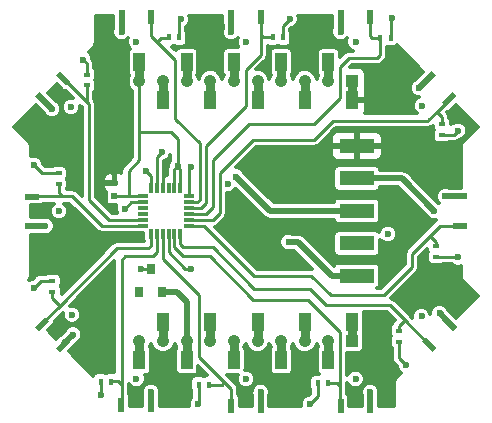
<source format=gbr>
G04 #@! TF.FileFunction,Copper,L4,Bot,Plane*
%FSLAX46Y46*%
G04 Gerber Fmt 4.6, Leading zero omitted, Abs format (unit mm)*
G04 Created by KiCad (PCBNEW 4.0.7-e2-6376~58~ubuntu16.04.1) date Thu Aug  2 08:30:36 2018*
%MOMM*%
%LPD*%
G01*
G04 APERTURE LIST*
%ADD10C,0.100000*%
%ADD11C,1.050000*%
%ADD12R,1.050000X1.050000*%
%ADD13R,1.000000X1.600000*%
%ADD14R,0.500000X1.250000*%
%ADD15R,0.850000X0.300000*%
%ADD16R,0.300000X0.850000*%
%ADD17R,1.250000X0.500000*%
%ADD18R,0.800000X0.900000*%
%ADD19R,0.500000X0.600000*%
%ADD20R,0.400000X0.600000*%
%ADD21R,0.600000X0.400000*%
%ADD22R,3.000000X1.250000*%
%ADD23C,0.600000*%
%ADD24C,0.500000*%
%ADD25C,0.800000*%
%ADD26C,0.250000*%
%ADD27C,0.351000*%
G04 APERTURE END LIST*
D10*
D11*
X130000000Y-86000000D03*
X146000000Y-86000000D03*
D12*
X148000000Y-86000000D03*
D11*
X134000000Y-86000000D03*
X132000000Y-86000000D03*
X144000000Y-86000000D03*
X142000000Y-86000000D03*
X136000000Y-86000000D03*
X138000000Y-86000000D03*
X140000000Y-86000000D03*
D13*
X148000000Y-87600000D03*
X146000000Y-84400000D03*
X144000000Y-87600000D03*
X142000000Y-84400000D03*
X140000000Y-87600000D03*
X138000000Y-84400000D03*
X136000000Y-87600000D03*
X134000000Y-84400000D03*
X132000000Y-87600000D03*
X130000000Y-84400000D03*
D11*
X148000000Y-86000000D03*
X146000000Y-86000000D03*
X144000000Y-86000000D03*
X142000000Y-86000000D03*
X140000000Y-86000000D03*
X138000000Y-86000000D03*
X136000000Y-86000000D03*
X134000000Y-86000000D03*
X132000000Y-86000000D03*
X130000000Y-86000000D03*
D14*
X130980000Y-80540000D03*
X128480000Y-80540000D03*
X140260000Y-80570000D03*
X137760000Y-80570000D03*
X149530000Y-80550000D03*
X147030000Y-80550000D03*
X147040000Y-113450000D03*
X149540000Y-113450000D03*
X128470000Y-113390000D03*
X130970000Y-113390000D03*
D15*
X134160000Y-95730000D03*
X134160000Y-96230000D03*
X134160000Y-96730000D03*
X134160000Y-97230000D03*
X134160000Y-97730000D03*
X134160000Y-98230000D03*
D16*
X133460000Y-98930000D03*
X132960000Y-98930000D03*
X132460000Y-98930000D03*
X131960000Y-98930000D03*
X131460000Y-98930000D03*
X130960000Y-98930000D03*
D15*
X130260000Y-98230000D03*
X130260000Y-97730000D03*
X130260000Y-97230000D03*
X130260000Y-96730000D03*
X130260000Y-96230000D03*
X130260000Y-95730000D03*
D16*
X130960000Y-95030000D03*
X131460000Y-95030000D03*
X131960000Y-95030000D03*
X132460000Y-95030000D03*
X132960000Y-95030000D03*
X133460000Y-95030000D03*
D10*
G36*
X156872601Y-87248718D02*
X155988718Y-88132601D01*
X155635165Y-87779048D01*
X156519048Y-86895165D01*
X156872601Y-87248718D01*
X156872601Y-87248718D01*
G37*
G36*
X155104835Y-85480952D02*
X154220952Y-86364835D01*
X153867399Y-86011282D01*
X154751282Y-85127399D01*
X155104835Y-85480952D01*
X155104835Y-85480952D01*
G37*
D17*
X157120000Y-98250000D03*
X157120000Y-95750000D03*
X120860000Y-95760000D03*
X120860000Y-98260000D03*
D14*
X137750000Y-113450000D03*
X140250000Y-113450000D03*
D10*
G36*
X121127399Y-106811282D02*
X122011282Y-105927399D01*
X122364835Y-106280952D01*
X121480952Y-107164835D01*
X121127399Y-106811282D01*
X121127399Y-106811282D01*
G37*
G36*
X122895165Y-108579048D02*
X123779048Y-107695165D01*
X124132601Y-108048718D01*
X123248718Y-108932601D01*
X122895165Y-108579048D01*
X122895165Y-108579048D01*
G37*
G36*
X154771282Y-108902601D02*
X153887399Y-108018718D01*
X154240952Y-107665165D01*
X155124835Y-108549048D01*
X154771282Y-108902601D01*
X154771282Y-108902601D01*
G37*
G36*
X156539048Y-107134835D02*
X155655165Y-106250952D01*
X156008718Y-105897399D01*
X156892601Y-106781282D01*
X156539048Y-107134835D01*
X156539048Y-107134835D01*
G37*
G36*
X123268718Y-85117399D02*
X124152601Y-86001282D01*
X123799048Y-86354835D01*
X122915165Y-85470952D01*
X123268718Y-85117399D01*
X123268718Y-85117399D01*
G37*
G36*
X121500952Y-86885165D02*
X122384835Y-87769048D01*
X122031282Y-88122601D01*
X121147399Y-87238718D01*
X121500952Y-86885165D01*
X121500952Y-86885165D01*
G37*
D18*
X131890000Y-103860000D03*
X129990000Y-103860000D03*
X130940000Y-101860000D03*
D19*
X127880000Y-94620000D03*
X127880000Y-95720000D03*
D20*
X133370000Y-82290000D03*
X132470000Y-82290000D03*
X142175000Y-82275000D03*
X141275000Y-82275000D03*
X151275000Y-82325000D03*
X150375000Y-82325000D03*
D21*
X155625000Y-90550000D03*
X155625000Y-89650000D03*
X155125000Y-100875000D03*
X155125000Y-99975000D03*
X151975000Y-108050000D03*
X151975000Y-107150000D03*
D20*
X145075000Y-111575000D03*
X145975000Y-111575000D03*
X135000000Y-111675000D03*
X135900000Y-111675000D03*
X126725000Y-111425000D03*
X127625000Y-111425000D03*
D21*
X122625000Y-102900000D03*
X122625000Y-103800000D03*
X123150000Y-93800000D03*
X123150000Y-94700000D03*
X125550000Y-85450000D03*
X125550000Y-86350000D03*
D11*
X130000000Y-108000000D03*
X146000000Y-108000000D03*
D12*
X148000000Y-108000000D03*
D11*
X134000000Y-108000000D03*
X132000000Y-108000000D03*
X144000000Y-108000000D03*
X142000000Y-108000000D03*
X136000000Y-108000000D03*
X138000000Y-108000000D03*
X140000000Y-108000000D03*
D13*
X148000000Y-106400000D03*
X146000000Y-109600000D03*
X144000000Y-106400000D03*
X142000000Y-109600000D03*
X140000000Y-106400000D03*
X138000000Y-109600000D03*
X136000000Y-106400000D03*
X134000000Y-109600000D03*
X132000000Y-106400000D03*
X130000000Y-109600000D03*
D11*
X148000000Y-108000000D03*
X146000000Y-108000000D03*
X144000000Y-108000000D03*
X142000000Y-108000000D03*
X140000000Y-108000000D03*
X138000000Y-108000000D03*
X136000000Y-108000000D03*
X134000000Y-108000000D03*
X132000000Y-108000000D03*
X130000000Y-108000000D03*
D22*
X148400000Y-102475000D03*
X148400000Y-99725000D03*
X148400000Y-96975000D03*
X148400000Y-94225000D03*
X148400000Y-91475000D03*
D23*
X142625000Y-99625000D03*
X130150000Y-101880000D03*
X134400000Y-101890000D03*
X126725000Y-112575000D03*
X151420000Y-80640000D03*
X133500000Y-80750000D03*
X142720000Y-80750000D03*
X156970000Y-90180000D03*
X156970000Y-100910000D03*
X152580000Y-110030000D03*
X144450000Y-113310000D03*
X134970000Y-113310000D03*
X121050000Y-103480000D03*
X125240000Y-84160000D03*
X121050000Y-93080000D03*
X133225000Y-93200000D03*
X153825000Y-93675000D03*
X127890000Y-93330000D03*
X132220000Y-93240000D03*
X126810000Y-106760000D03*
X153830000Y-104230000D03*
X132230000Y-110020000D03*
X140260000Y-110030000D03*
X150770000Y-107350000D03*
X136510000Y-83840000D03*
X127220000Y-86850000D03*
X124360000Y-91870000D03*
X124370000Y-99490000D03*
X151370000Y-87080000D03*
X144000000Y-83840000D03*
X151020000Y-98940000D03*
X134330000Y-93240000D03*
X131890000Y-92010000D03*
X137470000Y-94700000D03*
X124270000Y-105760000D03*
X139010000Y-111220000D03*
X124220000Y-88190000D03*
X123170000Y-97000000D03*
X148290000Y-111210000D03*
X153890000Y-105900000D03*
X154970000Y-97000000D03*
X153920000Y-88070000D03*
X139010000Y-82680000D03*
X129730000Y-82680000D03*
X148290000Y-82680000D03*
X129740000Y-111220000D03*
X138150000Y-94060000D03*
X130570000Y-93630000D03*
X122600000Y-88340000D03*
X122030000Y-98250000D03*
X124370000Y-107440000D03*
X130980000Y-112290000D03*
X140260000Y-112290000D03*
X149540000Y-112290000D03*
X155410000Y-105650000D03*
X155900000Y-95750000D03*
X153660000Y-86570000D03*
X137760000Y-81810000D03*
X147030000Y-81810000D03*
X128480000Y-81810000D03*
X128750000Y-96775000D03*
D24*
X148400000Y-102475000D02*
X146275000Y-102475000D01*
X143425000Y-99625000D02*
X142625000Y-99625000D01*
X146275000Y-102475000D02*
X143425000Y-99625000D01*
D25*
X130000000Y-84400000D02*
X130000000Y-86000000D01*
D26*
X132460000Y-98940000D02*
X132460000Y-100470000D01*
X130150000Y-101880000D02*
X130960000Y-101880000D01*
X133880000Y-101890000D02*
X134400000Y-101890000D01*
X132460000Y-100470000D02*
X133880000Y-101890000D01*
X133375000Y-82300000D02*
X133375000Y-80875000D01*
X133375000Y-80875000D02*
X133500000Y-80750000D01*
X142175000Y-82275000D02*
X142175000Y-81295000D01*
X142175000Y-81295000D02*
X142720000Y-80750000D01*
X151275000Y-82325000D02*
X151275000Y-80785000D01*
X151275000Y-80785000D02*
X151420000Y-80640000D01*
X155625000Y-90550000D02*
X156600000Y-90550000D01*
X156600000Y-90550000D02*
X156970000Y-90180000D01*
X155125000Y-100875000D02*
X156935000Y-100875000D01*
X156935000Y-100875000D02*
X156970000Y-100910000D01*
X151975000Y-108050000D02*
X151975000Y-109425000D01*
X151975000Y-109425000D02*
X152580000Y-110030000D01*
X145075000Y-111575000D02*
X145075000Y-112685000D01*
X145075000Y-112685000D02*
X144450000Y-113310000D01*
X135000000Y-111675000D02*
X135000000Y-113280000D01*
X135000000Y-113280000D02*
X134970000Y-113310000D01*
X126740000Y-111410000D02*
X126740000Y-112560000D01*
X126740000Y-112560000D02*
X126725000Y-112575000D01*
X122620000Y-102910000D02*
X121620000Y-102910000D01*
X121620000Y-102910000D02*
X121050000Y-103480000D01*
X123150000Y-93800000D02*
X121770000Y-93800000D01*
X121770000Y-93800000D02*
X121050000Y-93080000D01*
X125550000Y-85500000D02*
X125550000Y-84470000D01*
X125550000Y-84470000D02*
X125240000Y-84160000D01*
X130260000Y-95740000D02*
X129075000Y-95740000D01*
X129075000Y-95740000D02*
X127920000Y-95740000D01*
X127920000Y-95740000D02*
X127890000Y-95710000D01*
X133460000Y-95040000D02*
X133460000Y-93435000D01*
X132960000Y-93415000D02*
X132960000Y-95040000D01*
X133225000Y-93200000D02*
X133225000Y-90925000D01*
X132630000Y-90330000D02*
X130000000Y-90330000D01*
X133225000Y-90925000D02*
X132630000Y-90330000D01*
X133225000Y-93200000D02*
X133325000Y-93300000D01*
X130000000Y-90330000D02*
X130000000Y-90500000D01*
X130000000Y-92650000D02*
X130000000Y-92675000D01*
X129075000Y-93600000D02*
X129075000Y-95740000D01*
X130000000Y-92675000D02*
X129075000Y-93600000D01*
X130000000Y-90500000D02*
X130000000Y-92650000D01*
X133460000Y-93435000D02*
X133325000Y-93300000D01*
X133325000Y-93300000D02*
X133075000Y-93300000D01*
X133075000Y-93300000D02*
X132960000Y-93415000D01*
X130000000Y-84825000D02*
X130000000Y-90330000D01*
D24*
X148400000Y-91475000D02*
X151625000Y-91475000D01*
X151625000Y-91475000D02*
X153825000Y-93675000D01*
X153825000Y-93675000D02*
X153850000Y-93675000D01*
D25*
X148000000Y-86000000D02*
X148000000Y-87600000D01*
D26*
X127890000Y-93330000D02*
X127890000Y-94610000D01*
X131960000Y-95040000D02*
X131960000Y-93500000D01*
X131960000Y-93500000D02*
X132220000Y-93240000D01*
X134160000Y-93410000D02*
X134330000Y-93240000D01*
X134160000Y-95740000D02*
X134160000Y-93410000D01*
D24*
X148400000Y-94225000D02*
X152195000Y-94225000D01*
X152195000Y-94225000D02*
X154970000Y-97000000D01*
D25*
X142000000Y-86000000D02*
X142000000Y-84400000D01*
D26*
X131460000Y-95040000D02*
X131460000Y-92440000D01*
X131460000Y-92440000D02*
X131890000Y-92010000D01*
D24*
X148400000Y-96975000D02*
X141065000Y-96975000D01*
X141065000Y-96975000D02*
X138150000Y-94060000D01*
D25*
X140000000Y-86000000D02*
X140000000Y-87600000D01*
D26*
X130960000Y-95040000D02*
X130960000Y-94020000D01*
X130960000Y-94020000D02*
X130570000Y-93630000D01*
D24*
X122600000Y-88340000D02*
X121836117Y-87576117D01*
X121836117Y-87576117D02*
X121836117Y-87573883D01*
X122030000Y-98250000D02*
X120950000Y-98250000D01*
X124370000Y-107440000D02*
X123616117Y-108193883D01*
X123616117Y-108193883D02*
X123603883Y-108193883D01*
X130980000Y-112290000D02*
X130980000Y-113360000D01*
X140260000Y-112290000D02*
X140260000Y-113360000D01*
X149540000Y-112290000D02*
X149540000Y-113360000D01*
X155410000Y-105650000D02*
X156183883Y-106423883D01*
X156183883Y-106423883D02*
X156183883Y-106426117D01*
X157060000Y-95750000D02*
X155900000Y-95750000D01*
X153660000Y-86570000D02*
X154416117Y-85813883D01*
X154416117Y-85813883D02*
X154416117Y-85806117D01*
X137760000Y-80640000D02*
X137760000Y-81810000D01*
X128480000Y-80640000D02*
X128480000Y-81810000D01*
X147040000Y-81800000D02*
X147040000Y-80640000D01*
X147030000Y-81810000D02*
X147040000Y-81800000D01*
D26*
X132475000Y-82300000D02*
X131830000Y-82300000D01*
X131830000Y-82300000D02*
X131480000Y-82650000D01*
X134150000Y-96240000D02*
X134910000Y-96240000D01*
X130980000Y-82150000D02*
X130980000Y-80640000D01*
X133010000Y-84180000D02*
X131480000Y-82650000D01*
X131480000Y-82650000D02*
X130980000Y-82150000D01*
X133010000Y-89150000D02*
X133010000Y-84180000D01*
X135100000Y-91240000D02*
X133010000Y-89150000D01*
X135100000Y-96050000D02*
X135100000Y-91240000D01*
X134910000Y-96240000D02*
X135100000Y-96050000D01*
X139010000Y-85010000D02*
X140250000Y-83770000D01*
X139010000Y-88110000D02*
X139010000Y-85010000D01*
X135670000Y-91450000D02*
X139010000Y-88110000D01*
X135670000Y-96290000D02*
X135670000Y-91450000D01*
X140250000Y-83770000D02*
X140250000Y-82100000D01*
X135220000Y-96740000D02*
X135670000Y-96290000D01*
X140425000Y-82275000D02*
X140250000Y-82100000D01*
X141275000Y-82275000D02*
X140425000Y-82275000D01*
X134150000Y-96740000D02*
X135220000Y-96740000D01*
X140250000Y-82100000D02*
X140250000Y-80640000D01*
X150375000Y-82325000D02*
X150375000Y-83800000D01*
X147000000Y-87400000D02*
X145275000Y-89125000D01*
X147000000Y-84775000D02*
X147000000Y-87400000D01*
X147750000Y-84025000D02*
X147000000Y-84775000D01*
X150150000Y-84025000D02*
X147750000Y-84025000D01*
X150375000Y-83800000D02*
X150150000Y-84025000D01*
X144400000Y-89630000D02*
X144770000Y-89630000D01*
X135640000Y-97240000D02*
X136240000Y-96640000D01*
X136240000Y-96640000D02*
X136240000Y-92640000D01*
X136240000Y-92640000D02*
X139250000Y-89630000D01*
X139250000Y-89630000D02*
X144400000Y-89630000D01*
X134150000Y-97240000D02*
X135640000Y-97240000D01*
X144770000Y-89630000D02*
X145275000Y-89125000D01*
X150375000Y-82325000D02*
X149725000Y-82325000D01*
X149725000Y-82325000D02*
X149540000Y-82140000D01*
X149540000Y-82140000D02*
X149540000Y-80640000D01*
X144750000Y-90940000D02*
X144760000Y-90940000D01*
X154432766Y-89325000D02*
X154450000Y-89307766D01*
X146375000Y-89325000D02*
X154432766Y-89325000D01*
X144760000Y-90940000D02*
X146375000Y-89325000D01*
X154450000Y-89307766D02*
X154450000Y-89300000D01*
X154450000Y-89300000D02*
X154450000Y-89307766D01*
X139650000Y-90940000D02*
X144750000Y-90940000D01*
X144750000Y-90940000D02*
X144785000Y-90940000D01*
X144785000Y-90940000D02*
X145850000Y-89875000D01*
X144785000Y-90940000D02*
X145850000Y-89875000D01*
X155625000Y-89650000D02*
X155625000Y-89055000D01*
X155625000Y-89055000D02*
X155163883Y-88593883D01*
X134160000Y-97740000D02*
X136210000Y-97740000D01*
X154450000Y-89307766D02*
X155163883Y-88593883D01*
X155163883Y-88593883D02*
X156183883Y-87573883D01*
X139630000Y-90940000D02*
X139650000Y-90940000D01*
X136780000Y-93790000D02*
X139630000Y-90940000D01*
X136780000Y-97170000D02*
X136780000Y-93790000D01*
X136210000Y-97740000D02*
X136780000Y-97170000D01*
X144000000Y-102450000D02*
X144525000Y-102450000D01*
X153100000Y-101700000D02*
X153100000Y-100600000D01*
X150675000Y-104125000D02*
X153100000Y-101700000D01*
X146200000Y-104125000D02*
X150675000Y-104125000D01*
X144525000Y-102450000D02*
X146200000Y-104125000D01*
X155125000Y-99975000D02*
X155125000Y-99565000D01*
X155125000Y-99565000D02*
X154630000Y-99070000D01*
X134160000Y-98240000D02*
X135460000Y-98240000D01*
X155450000Y-98250000D02*
X157080000Y-98250000D01*
X153100000Y-100600000D02*
X154630000Y-99070000D01*
X154630000Y-99070000D02*
X155450000Y-98250000D01*
X139670000Y-102450000D02*
X144000000Y-102450000D01*
X135460000Y-98240000D02*
X139670000Y-102450000D01*
X134170000Y-98250000D02*
X134160000Y-98240000D01*
X142750000Y-103550000D02*
X144425000Y-103550000D01*
X151175000Y-104950000D02*
X152467500Y-106242500D01*
X145825000Y-104950000D02*
X151175000Y-104950000D01*
X144425000Y-103550000D02*
X145825000Y-104950000D01*
X151975000Y-107150000D02*
X151975000Y-106735000D01*
X151975000Y-106735000D02*
X152467500Y-106242500D01*
X152467500Y-106242500D02*
X152471117Y-106238883D01*
X133460000Y-98940000D02*
X133460000Y-99785000D01*
X152471117Y-106238883D02*
X154466117Y-108233883D01*
X139710000Y-103550000D02*
X142750000Y-103550000D01*
X136210000Y-100050000D02*
X139710000Y-103550000D01*
X133725000Y-100050000D02*
X136210000Y-100050000D01*
X133460000Y-99785000D02*
X133725000Y-100050000D01*
X145975000Y-111575000D02*
X146685000Y-111575000D01*
X146685000Y-111575000D02*
X147000000Y-111890000D01*
X132960000Y-98940000D02*
X132960000Y-100060000D01*
X147000000Y-107200000D02*
X147000000Y-111890000D01*
X147000000Y-111890000D02*
X147000000Y-113325000D01*
X144275000Y-104475000D02*
X147000000Y-107200000D01*
X139650000Y-104475000D02*
X144275000Y-104475000D01*
X135950000Y-100775000D02*
X139650000Y-104475000D01*
X133675000Y-100775000D02*
X135950000Y-100775000D01*
X132960000Y-100060000D02*
X133675000Y-100775000D01*
X147000000Y-113325000D02*
X147025000Y-113350000D01*
X135900000Y-111675000D02*
X136965000Y-111675000D01*
X136965000Y-111675000D02*
X137170000Y-111470000D01*
X131960000Y-98940000D02*
X131960000Y-101010000D01*
X137750000Y-112050000D02*
X137750000Y-113350000D01*
X135000000Y-109300000D02*
X137170000Y-111470000D01*
X137170000Y-111470000D02*
X137750000Y-112050000D01*
X135000000Y-104050000D02*
X135000000Y-109300000D01*
X131960000Y-101010000D02*
X135000000Y-104050000D01*
X127640000Y-111410000D02*
X128190000Y-111410000D01*
X128190000Y-111410000D02*
X128480000Y-111700000D01*
X131460000Y-98940000D02*
X131460000Y-100440000D01*
X128480000Y-101105000D02*
X128480000Y-111700000D01*
X128480000Y-111700000D02*
X128480000Y-113360000D01*
X128810000Y-100775000D02*
X128480000Y-101105000D01*
X131125000Y-100775000D02*
X128810000Y-100775000D01*
X131460000Y-100440000D02*
X131125000Y-100775000D01*
X122620000Y-103810000D02*
X122620000Y-104340000D01*
X122620000Y-104340000D02*
X123268617Y-104988617D01*
X130960000Y-98940000D02*
X130960000Y-99915000D01*
X128132234Y-100125000D02*
X123268617Y-104988617D01*
X123268617Y-104988617D02*
X121841117Y-106416117D01*
X130750000Y-100125000D02*
X128132234Y-100125000D01*
X130960000Y-99915000D02*
X130750000Y-100125000D01*
X123150000Y-94700000D02*
X123150000Y-95430000D01*
X123150000Y-95430000D02*
X123470000Y-95750000D01*
X130260000Y-98240000D02*
X126790000Y-98240000D01*
X124300000Y-95750000D02*
X123470000Y-95750000D01*
X123470000Y-95750000D02*
X120925000Y-95750000D01*
X126790000Y-98240000D02*
X124300000Y-95750000D01*
X125550000Y-86400000D02*
X125550000Y-87757234D01*
X125550000Y-87757234D02*
X125700000Y-87907234D01*
X130260000Y-97740000D02*
X127390000Y-97740000D01*
X125700000Y-87907234D02*
X123608883Y-85816117D01*
X125700000Y-96050000D02*
X125700000Y-88925000D01*
X125700000Y-88925000D02*
X125700000Y-87907234D01*
X127390000Y-97740000D02*
X125700000Y-96050000D01*
D25*
X134000000Y-109600000D02*
X134000000Y-108000000D01*
D24*
X131910000Y-103880000D02*
X133190000Y-103880000D01*
X134000000Y-104690000D02*
X134000000Y-108000000D01*
X133190000Y-103880000D02*
X134000000Y-104690000D01*
X134000000Y-108000000D02*
X134000000Y-109175000D01*
D26*
X130260000Y-96240000D02*
X129285000Y-96240000D01*
X129285000Y-96240000D02*
X128750000Y-96775000D01*
D25*
X130000000Y-108000000D02*
X130000000Y-109600000D01*
X146000000Y-109600000D02*
X146000000Y-108000000D01*
X148000000Y-106400000D02*
X148000000Y-108000000D01*
X132000000Y-106400000D02*
X132000000Y-108000000D01*
X144000000Y-106400000D02*
X144000000Y-108000000D01*
X142000000Y-109600000D02*
X142000000Y-108000000D01*
X136000000Y-106400000D02*
X136000000Y-108000000D01*
X138000000Y-109600000D02*
X138000000Y-108000000D01*
X140000000Y-106400000D02*
X140000000Y-108000000D01*
X146000000Y-84400000D02*
X146000000Y-86000000D01*
X134000000Y-86000000D02*
X134000000Y-84400000D01*
X132000000Y-86000000D02*
X132000000Y-87600000D01*
X144000000Y-86000000D02*
X144000000Y-87600000D01*
X136000000Y-86000000D02*
X136000000Y-87600000D01*
X138000000Y-86000000D02*
X138000000Y-84400000D01*
D27*
G36*
X151618264Y-106242500D02*
X151550382Y-106310382D01*
X151420210Y-106505198D01*
X151410240Y-106555322D01*
X151336953Y-106602481D01*
X151228382Y-106761380D01*
X151190185Y-106950000D01*
X151190185Y-107350000D01*
X151223341Y-107526210D01*
X151270580Y-107599621D01*
X151228382Y-107661380D01*
X151190185Y-107850000D01*
X151190185Y-108250000D01*
X151223341Y-108426210D01*
X151327481Y-108588047D01*
X151374500Y-108620174D01*
X151374500Y-109424995D01*
X151374499Y-109425000D01*
X151420210Y-109654802D01*
X151550382Y-109849618D01*
X151804436Y-110103671D01*
X151804366Y-110183580D01*
X151922180Y-110468712D01*
X152140141Y-110687054D01*
X152150232Y-110691244D01*
X151730738Y-111110738D01*
X151611404Y-111289332D01*
X151579545Y-111449500D01*
X151569500Y-111500000D01*
X151569500Y-113499500D01*
X150274815Y-113499500D01*
X150274815Y-112825000D01*
X150265500Y-112775495D01*
X150265500Y-112565022D01*
X150315365Y-112444933D01*
X150315634Y-112136420D01*
X150197820Y-111851288D01*
X149979859Y-111632946D01*
X149694933Y-111514635D01*
X149386420Y-111514366D01*
X149101288Y-111632180D01*
X148882946Y-111850141D01*
X148764635Y-112135067D01*
X148764366Y-112443580D01*
X148814500Y-112564914D01*
X148814500Y-112779002D01*
X148805185Y-112825000D01*
X148805185Y-113499500D01*
X147774815Y-113499500D01*
X147774815Y-112825000D01*
X147741659Y-112648790D01*
X147637519Y-112486953D01*
X147600500Y-112461659D01*
X147600500Y-111572040D01*
X147632180Y-111648712D01*
X147850141Y-111867054D01*
X148135067Y-111985365D01*
X148443580Y-111985634D01*
X148728712Y-111867820D01*
X148947054Y-111649859D01*
X149065365Y-111364933D01*
X149065634Y-111056420D01*
X148947820Y-110771288D01*
X148729859Y-110552946D01*
X148444933Y-110434635D01*
X148136420Y-110434366D01*
X147851288Y-110552180D01*
X147632946Y-110770141D01*
X147600500Y-110848280D01*
X147600500Y-109009815D01*
X148525000Y-109009815D01*
X148701210Y-108976659D01*
X148863047Y-108872519D01*
X148971618Y-108713620D01*
X149009815Y-108525000D01*
X149009815Y-107475000D01*
X148976659Y-107298790D01*
X148967646Y-107284783D01*
X148984815Y-107200000D01*
X148984815Y-105600000D01*
X148975501Y-105550500D01*
X150926264Y-105550500D01*
X151618264Y-106242500D01*
X151618264Y-106242500D01*
G37*
X151618264Y-106242500D02*
X151550382Y-106310382D01*
X151420210Y-106505198D01*
X151410240Y-106555322D01*
X151336953Y-106602481D01*
X151228382Y-106761380D01*
X151190185Y-106950000D01*
X151190185Y-107350000D01*
X151223341Y-107526210D01*
X151270580Y-107599621D01*
X151228382Y-107661380D01*
X151190185Y-107850000D01*
X151190185Y-108250000D01*
X151223341Y-108426210D01*
X151327481Y-108588047D01*
X151374500Y-108620174D01*
X151374500Y-109424995D01*
X151374499Y-109425000D01*
X151420210Y-109654802D01*
X151550382Y-109849618D01*
X151804436Y-110103671D01*
X151804366Y-110183580D01*
X151922180Y-110468712D01*
X152140141Y-110687054D01*
X152150232Y-110691244D01*
X151730738Y-111110738D01*
X151611404Y-111289332D01*
X151579545Y-111449500D01*
X151569500Y-111500000D01*
X151569500Y-113499500D01*
X150274815Y-113499500D01*
X150274815Y-112825000D01*
X150265500Y-112775495D01*
X150265500Y-112565022D01*
X150315365Y-112444933D01*
X150315634Y-112136420D01*
X150197820Y-111851288D01*
X149979859Y-111632946D01*
X149694933Y-111514635D01*
X149386420Y-111514366D01*
X149101288Y-111632180D01*
X148882946Y-111850141D01*
X148764635Y-112135067D01*
X148764366Y-112443580D01*
X148814500Y-112564914D01*
X148814500Y-112779002D01*
X148805185Y-112825000D01*
X148805185Y-113499500D01*
X147774815Y-113499500D01*
X147774815Y-112825000D01*
X147741659Y-112648790D01*
X147637519Y-112486953D01*
X147600500Y-112461659D01*
X147600500Y-111572040D01*
X147632180Y-111648712D01*
X147850141Y-111867054D01*
X148135067Y-111985365D01*
X148443580Y-111985634D01*
X148728712Y-111867820D01*
X148947054Y-111649859D01*
X149065365Y-111364933D01*
X149065634Y-111056420D01*
X148947820Y-110771288D01*
X148729859Y-110552946D01*
X148444933Y-110434635D01*
X148136420Y-110434366D01*
X147851288Y-110552180D01*
X147632946Y-110770141D01*
X147600500Y-110848280D01*
X147600500Y-109009815D01*
X148525000Y-109009815D01*
X148701210Y-108976659D01*
X148863047Y-108872519D01*
X148971618Y-108713620D01*
X149009815Y-108525000D01*
X149009815Y-107475000D01*
X148976659Y-107298790D01*
X148967646Y-107284783D01*
X148984815Y-107200000D01*
X148984815Y-105600000D01*
X148975501Y-105550500D01*
X150926264Y-105550500D01*
X151618264Y-106242500D01*
G36*
X133124500Y-108501080D02*
X133124500Y-108507295D01*
X133053382Y-108611380D01*
X133015185Y-108800000D01*
X133015185Y-110400000D01*
X133048341Y-110576210D01*
X133152481Y-110738047D01*
X133311380Y-110846618D01*
X133500000Y-110884815D01*
X134500000Y-110884815D01*
X134676210Y-110851659D01*
X134838047Y-110747519D01*
X134946618Y-110588620D01*
X134984815Y-110400000D01*
X134984815Y-110134051D01*
X135740950Y-110890185D01*
X135700000Y-110890185D01*
X135523790Y-110923341D01*
X135450379Y-110970580D01*
X135388620Y-110928382D01*
X135200000Y-110890185D01*
X134800000Y-110890185D01*
X134623790Y-110923341D01*
X134461953Y-111027481D01*
X134353382Y-111186380D01*
X134315185Y-111375000D01*
X134315185Y-111975000D01*
X134348341Y-112151210D01*
X134399500Y-112230713D01*
X134399500Y-112783738D01*
X134312946Y-112870141D01*
X134194635Y-113155067D01*
X134194366Y-113463580D01*
X134209208Y-113499500D01*
X131704815Y-113499500D01*
X131704815Y-113363444D01*
X131705500Y-113360000D01*
X131705500Y-112565022D01*
X131755365Y-112444933D01*
X131755634Y-112136420D01*
X131637820Y-111851288D01*
X131419859Y-111632946D01*
X131134933Y-111514635D01*
X130826420Y-111514366D01*
X130541288Y-111632180D01*
X130322946Y-111850141D01*
X130204635Y-112135067D01*
X130204366Y-112443580D01*
X130254500Y-112564914D01*
X130254500Y-112669621D01*
X130235185Y-112765000D01*
X130235185Y-113499500D01*
X129204815Y-113499500D01*
X129204815Y-112765000D01*
X129171659Y-112588790D01*
X129080500Y-112447126D01*
X129080500Y-111700005D01*
X129080501Y-111700000D01*
X129080500Y-111699995D01*
X129080500Y-111654646D01*
X129082180Y-111658712D01*
X129300141Y-111877054D01*
X129585067Y-111995365D01*
X129893580Y-111995634D01*
X130178712Y-111877820D01*
X130397054Y-111659859D01*
X130515365Y-111374933D01*
X130515634Y-111066420D01*
X130440596Y-110884815D01*
X130500000Y-110884815D01*
X130676210Y-110851659D01*
X130838047Y-110747519D01*
X130946618Y-110588620D01*
X130984815Y-110400000D01*
X130984815Y-108800000D01*
X130951659Y-108623790D01*
X130875500Y-108505436D01*
X130875500Y-108500499D01*
X131000187Y-108200220D01*
X131151323Y-108565997D01*
X131432522Y-108847688D01*
X131800115Y-109000326D01*
X132198139Y-109000673D01*
X132565997Y-108848677D01*
X132847688Y-108567478D01*
X133000187Y-108200220D01*
X133124500Y-108501080D01*
X133124500Y-108501080D01*
G37*
X133124500Y-108501080D02*
X133124500Y-108507295D01*
X133053382Y-108611380D01*
X133015185Y-108800000D01*
X133015185Y-110400000D01*
X133048341Y-110576210D01*
X133152481Y-110738047D01*
X133311380Y-110846618D01*
X133500000Y-110884815D01*
X134500000Y-110884815D01*
X134676210Y-110851659D01*
X134838047Y-110747519D01*
X134946618Y-110588620D01*
X134984815Y-110400000D01*
X134984815Y-110134051D01*
X135740950Y-110890185D01*
X135700000Y-110890185D01*
X135523790Y-110923341D01*
X135450379Y-110970580D01*
X135388620Y-110928382D01*
X135200000Y-110890185D01*
X134800000Y-110890185D01*
X134623790Y-110923341D01*
X134461953Y-111027481D01*
X134353382Y-111186380D01*
X134315185Y-111375000D01*
X134315185Y-111975000D01*
X134348341Y-112151210D01*
X134399500Y-112230713D01*
X134399500Y-112783738D01*
X134312946Y-112870141D01*
X134194635Y-113155067D01*
X134194366Y-113463580D01*
X134209208Y-113499500D01*
X131704815Y-113499500D01*
X131704815Y-113363444D01*
X131705500Y-113360000D01*
X131705500Y-112565022D01*
X131755365Y-112444933D01*
X131755634Y-112136420D01*
X131637820Y-111851288D01*
X131419859Y-111632946D01*
X131134933Y-111514635D01*
X130826420Y-111514366D01*
X130541288Y-111632180D01*
X130322946Y-111850141D01*
X130204635Y-112135067D01*
X130204366Y-112443580D01*
X130254500Y-112564914D01*
X130254500Y-112669621D01*
X130235185Y-112765000D01*
X130235185Y-113499500D01*
X129204815Y-113499500D01*
X129204815Y-112765000D01*
X129171659Y-112588790D01*
X129080500Y-112447126D01*
X129080500Y-111700005D01*
X129080501Y-111700000D01*
X129080500Y-111699995D01*
X129080500Y-111654646D01*
X129082180Y-111658712D01*
X129300141Y-111877054D01*
X129585067Y-111995365D01*
X129893580Y-111995634D01*
X130178712Y-111877820D01*
X130397054Y-111659859D01*
X130515365Y-111374933D01*
X130515634Y-111066420D01*
X130440596Y-110884815D01*
X130500000Y-110884815D01*
X130676210Y-110851659D01*
X130838047Y-110747519D01*
X130946618Y-110588620D01*
X130984815Y-110400000D01*
X130984815Y-108800000D01*
X130951659Y-108623790D01*
X130875500Y-108505436D01*
X130875500Y-108500499D01*
X131000187Y-108200220D01*
X131151323Y-108565997D01*
X131432522Y-108847688D01*
X131800115Y-109000326D01*
X132198139Y-109000673D01*
X132565997Y-108848677D01*
X132847688Y-108567478D01*
X133000187Y-108200220D01*
X133124500Y-108501080D01*
G36*
X145124500Y-108501080D02*
X145124500Y-108507295D01*
X145053382Y-108611380D01*
X145015185Y-108800000D01*
X145015185Y-110400000D01*
X145048341Y-110576210D01*
X145152481Y-110738047D01*
X145228788Y-110790185D01*
X144875000Y-110790185D01*
X144698790Y-110823341D01*
X144536953Y-110927481D01*
X144428382Y-111086380D01*
X144390185Y-111275000D01*
X144390185Y-111875000D01*
X144423341Y-112051210D01*
X144474500Y-112130713D01*
X144474500Y-112436265D01*
X144376329Y-112534436D01*
X144296420Y-112534366D01*
X144011288Y-112652180D01*
X143792946Y-112870141D01*
X143674635Y-113155067D01*
X143674366Y-113463580D01*
X143689208Y-113499500D01*
X140984815Y-113499500D01*
X140984815Y-113363444D01*
X140985500Y-113360000D01*
X140985500Y-112565022D01*
X141035365Y-112444933D01*
X141035634Y-112136420D01*
X140917820Y-111851288D01*
X140699859Y-111632946D01*
X140414933Y-111514635D01*
X140106420Y-111514366D01*
X139821288Y-111632180D01*
X139602946Y-111850141D01*
X139484635Y-112135067D01*
X139484366Y-112443580D01*
X139534500Y-112564914D01*
X139534500Y-112729621D01*
X139515185Y-112825000D01*
X139515185Y-113499500D01*
X138484815Y-113499500D01*
X138484815Y-112825000D01*
X138451659Y-112648790D01*
X138350500Y-112491586D01*
X138350500Y-112050005D01*
X138350501Y-112050000D01*
X138304790Y-111820198D01*
X138174618Y-111625382D01*
X137594618Y-111045382D01*
X137594615Y-111045380D01*
X137417303Y-110868068D01*
X137500000Y-110884815D01*
X138309482Y-110884815D01*
X138234635Y-111065067D01*
X138234366Y-111373580D01*
X138352180Y-111658712D01*
X138570141Y-111877054D01*
X138855067Y-111995365D01*
X139163580Y-111995634D01*
X139448712Y-111877820D01*
X139667054Y-111659859D01*
X139785365Y-111374933D01*
X139785634Y-111066420D01*
X139667820Y-110781288D01*
X139449859Y-110562946D01*
X139164933Y-110444635D01*
X138975809Y-110444470D01*
X138984815Y-110400000D01*
X138984815Y-108800000D01*
X138951659Y-108623790D01*
X138875500Y-108505436D01*
X138875500Y-108500499D01*
X139000187Y-108200220D01*
X139151323Y-108565997D01*
X139432522Y-108847688D01*
X139800115Y-109000326D01*
X140198139Y-109000673D01*
X140565997Y-108848677D01*
X140847688Y-108567478D01*
X141000187Y-108200220D01*
X141124500Y-108501080D01*
X141124500Y-108507295D01*
X141053382Y-108611380D01*
X141015185Y-108800000D01*
X141015185Y-110400000D01*
X141048341Y-110576210D01*
X141152481Y-110738047D01*
X141311380Y-110846618D01*
X141500000Y-110884815D01*
X142500000Y-110884815D01*
X142676210Y-110851659D01*
X142838047Y-110747519D01*
X142946618Y-110588620D01*
X142984815Y-110400000D01*
X142984815Y-108800000D01*
X142951659Y-108623790D01*
X142875500Y-108505436D01*
X142875500Y-108500499D01*
X143000187Y-108200220D01*
X143151323Y-108565997D01*
X143432522Y-108847688D01*
X143800115Y-109000326D01*
X144198139Y-109000673D01*
X144565997Y-108848677D01*
X144847688Y-108567478D01*
X145000187Y-108200220D01*
X145124500Y-108501080D01*
X145124500Y-108501080D01*
G37*
X145124500Y-108501080D02*
X145124500Y-108507295D01*
X145053382Y-108611380D01*
X145015185Y-108800000D01*
X145015185Y-110400000D01*
X145048341Y-110576210D01*
X145152481Y-110738047D01*
X145228788Y-110790185D01*
X144875000Y-110790185D01*
X144698790Y-110823341D01*
X144536953Y-110927481D01*
X144428382Y-111086380D01*
X144390185Y-111275000D01*
X144390185Y-111875000D01*
X144423341Y-112051210D01*
X144474500Y-112130713D01*
X144474500Y-112436265D01*
X144376329Y-112534436D01*
X144296420Y-112534366D01*
X144011288Y-112652180D01*
X143792946Y-112870141D01*
X143674635Y-113155067D01*
X143674366Y-113463580D01*
X143689208Y-113499500D01*
X140984815Y-113499500D01*
X140984815Y-113363444D01*
X140985500Y-113360000D01*
X140985500Y-112565022D01*
X141035365Y-112444933D01*
X141035634Y-112136420D01*
X140917820Y-111851288D01*
X140699859Y-111632946D01*
X140414933Y-111514635D01*
X140106420Y-111514366D01*
X139821288Y-111632180D01*
X139602946Y-111850141D01*
X139484635Y-112135067D01*
X139484366Y-112443580D01*
X139534500Y-112564914D01*
X139534500Y-112729621D01*
X139515185Y-112825000D01*
X139515185Y-113499500D01*
X138484815Y-113499500D01*
X138484815Y-112825000D01*
X138451659Y-112648790D01*
X138350500Y-112491586D01*
X138350500Y-112050005D01*
X138350501Y-112050000D01*
X138304790Y-111820198D01*
X138174618Y-111625382D01*
X137594618Y-111045382D01*
X137594615Y-111045380D01*
X137417303Y-110868068D01*
X137500000Y-110884815D01*
X138309482Y-110884815D01*
X138234635Y-111065067D01*
X138234366Y-111373580D01*
X138352180Y-111658712D01*
X138570141Y-111877054D01*
X138855067Y-111995365D01*
X139163580Y-111995634D01*
X139448712Y-111877820D01*
X139667054Y-111659859D01*
X139785365Y-111374933D01*
X139785634Y-111066420D01*
X139667820Y-110781288D01*
X139449859Y-110562946D01*
X139164933Y-110444635D01*
X138975809Y-110444470D01*
X138984815Y-110400000D01*
X138984815Y-108800000D01*
X138951659Y-108623790D01*
X138875500Y-108505436D01*
X138875500Y-108500499D01*
X139000187Y-108200220D01*
X139151323Y-108565997D01*
X139432522Y-108847688D01*
X139800115Y-109000326D01*
X140198139Y-109000673D01*
X140565997Y-108848677D01*
X140847688Y-108567478D01*
X141000187Y-108200220D01*
X141124500Y-108501080D01*
X141124500Y-108507295D01*
X141053382Y-108611380D01*
X141015185Y-108800000D01*
X141015185Y-110400000D01*
X141048341Y-110576210D01*
X141152481Y-110738047D01*
X141311380Y-110846618D01*
X141500000Y-110884815D01*
X142500000Y-110884815D01*
X142676210Y-110851659D01*
X142838047Y-110747519D01*
X142946618Y-110588620D01*
X142984815Y-110400000D01*
X142984815Y-108800000D01*
X142951659Y-108623790D01*
X142875500Y-108505436D01*
X142875500Y-108500499D01*
X143000187Y-108200220D01*
X143151323Y-108565997D01*
X143432522Y-108847688D01*
X143800115Y-109000326D01*
X144198139Y-109000673D01*
X144565997Y-108848677D01*
X144847688Y-108567478D01*
X145000187Y-108200220D01*
X145124500Y-108501080D01*
G36*
X127879500Y-110651222D02*
X127825000Y-110640185D01*
X127425000Y-110640185D01*
X127248790Y-110673341D01*
X127175379Y-110720580D01*
X127113620Y-110678382D01*
X126925000Y-110640185D01*
X126525000Y-110640185D01*
X126348790Y-110673341D01*
X126186953Y-110777481D01*
X126085089Y-110926564D01*
X124012738Y-108854213D01*
X124475417Y-108391534D01*
X124542161Y-108293851D01*
X124688537Y-108147475D01*
X124808712Y-108097820D01*
X125027054Y-107879859D01*
X125145365Y-107594933D01*
X125145634Y-107286420D01*
X125027820Y-107001288D01*
X124809859Y-106782946D01*
X124524933Y-106664635D01*
X124216420Y-106664366D01*
X123931288Y-106782180D01*
X123712946Y-107000141D01*
X123662600Y-107121388D01*
X123127746Y-107656242D01*
X123090877Y-107680877D01*
X123056993Y-107731588D01*
X122973553Y-107815028D01*
X122244972Y-107086447D01*
X122707651Y-106623768D01*
X122808805Y-106475724D01*
X122849604Y-106287650D01*
X122844729Y-106261741D01*
X123494629Y-105611841D01*
X123494366Y-105913580D01*
X123612180Y-106198712D01*
X123830141Y-106417054D01*
X124115067Y-106535365D01*
X124423580Y-106535634D01*
X124708712Y-106417820D01*
X124927054Y-106199859D01*
X125045365Y-105914933D01*
X125045634Y-105606420D01*
X124927820Y-105321288D01*
X124709859Y-105102946D01*
X124424933Y-104984635D01*
X124122099Y-104984371D01*
X127879500Y-101226970D01*
X127879500Y-110651222D01*
X127879500Y-110651222D01*
G37*
X127879500Y-110651222D02*
X127825000Y-110640185D01*
X127425000Y-110640185D01*
X127248790Y-110673341D01*
X127175379Y-110720580D01*
X127113620Y-110678382D01*
X126925000Y-110640185D01*
X126525000Y-110640185D01*
X126348790Y-110673341D01*
X126186953Y-110777481D01*
X126085089Y-110926564D01*
X124012738Y-108854213D01*
X124475417Y-108391534D01*
X124542161Y-108293851D01*
X124688537Y-108147475D01*
X124808712Y-108097820D01*
X125027054Y-107879859D01*
X125145365Y-107594933D01*
X125145634Y-107286420D01*
X125027820Y-107001288D01*
X124809859Y-106782946D01*
X124524933Y-106664635D01*
X124216420Y-106664366D01*
X123931288Y-106782180D01*
X123712946Y-107000141D01*
X123662600Y-107121388D01*
X123127746Y-107656242D01*
X123090877Y-107680877D01*
X123056993Y-107731588D01*
X122973553Y-107815028D01*
X122244972Y-107086447D01*
X122707651Y-106623768D01*
X122808805Y-106475724D01*
X122849604Y-106287650D01*
X122844729Y-106261741D01*
X123494629Y-105611841D01*
X123494366Y-105913580D01*
X123612180Y-106198712D01*
X123830141Y-106417054D01*
X124115067Y-106535365D01*
X124423580Y-106535634D01*
X124708712Y-106417820D01*
X124927054Y-106199859D01*
X125045365Y-105914933D01*
X125045634Y-105606420D01*
X124927820Y-105321288D01*
X124709859Y-105102946D01*
X124424933Y-104984635D01*
X124122099Y-104984371D01*
X127879500Y-101226970D01*
X127879500Y-110651222D01*
G36*
X154373341Y-100351210D02*
X154420580Y-100424621D01*
X154378382Y-100486380D01*
X154340185Y-100675000D01*
X154340185Y-101075000D01*
X154373341Y-101251210D01*
X154477481Y-101413047D01*
X154636380Y-101521618D01*
X154825000Y-101559815D01*
X155425000Y-101559815D01*
X155601210Y-101526659D01*
X155680713Y-101475500D01*
X156438747Y-101475500D01*
X156530141Y-101567054D01*
X156815067Y-101685365D01*
X157123580Y-101685634D01*
X157219500Y-101646001D01*
X157219500Y-102510000D01*
X157261404Y-102720668D01*
X157380738Y-102899262D01*
X158661476Y-104180000D01*
X156819214Y-106022263D01*
X156351534Y-105554583D01*
X156316997Y-105530985D01*
X156117475Y-105331463D01*
X156067820Y-105211288D01*
X155849859Y-104992946D01*
X155564933Y-104874635D01*
X155256420Y-104874366D01*
X154971288Y-104992180D01*
X154752946Y-105210141D01*
X154634635Y-105495067D01*
X154634482Y-105671025D01*
X154547820Y-105461288D01*
X154329859Y-105242946D01*
X154044933Y-105124635D01*
X153736420Y-105124366D01*
X153451288Y-105242180D01*
X153232946Y-105460141D01*
X153114635Y-105745067D01*
X153114384Y-106032914D01*
X152895735Y-105814265D01*
X152873934Y-105799698D01*
X151599618Y-104525382D01*
X151404802Y-104395210D01*
X151279042Y-104370194D01*
X153524618Y-102124618D01*
X153654790Y-101929802D01*
X153700501Y-101700000D01*
X153700500Y-101699995D01*
X153700500Y-100848736D01*
X154345577Y-100203658D01*
X154373341Y-100351210D01*
X154373341Y-100351210D01*
G37*
X154373341Y-100351210D02*
X154420580Y-100424621D01*
X154378382Y-100486380D01*
X154340185Y-100675000D01*
X154340185Y-101075000D01*
X154373341Y-101251210D01*
X154477481Y-101413047D01*
X154636380Y-101521618D01*
X154825000Y-101559815D01*
X155425000Y-101559815D01*
X155601210Y-101526659D01*
X155680713Y-101475500D01*
X156438747Y-101475500D01*
X156530141Y-101567054D01*
X156815067Y-101685365D01*
X157123580Y-101685634D01*
X157219500Y-101646001D01*
X157219500Y-102510000D01*
X157261404Y-102720668D01*
X157380738Y-102899262D01*
X158661476Y-104180000D01*
X156819214Y-106022263D01*
X156351534Y-105554583D01*
X156316997Y-105530985D01*
X156117475Y-105331463D01*
X156067820Y-105211288D01*
X155849859Y-104992946D01*
X155564933Y-104874635D01*
X155256420Y-104874366D01*
X154971288Y-104992180D01*
X154752946Y-105210141D01*
X154634635Y-105495067D01*
X154634482Y-105671025D01*
X154547820Y-105461288D01*
X154329859Y-105242946D01*
X154044933Y-105124635D01*
X153736420Y-105124366D01*
X153451288Y-105242180D01*
X153232946Y-105460141D01*
X153114635Y-105745067D01*
X153114384Y-106032914D01*
X152895735Y-105814265D01*
X152873934Y-105799698D01*
X151599618Y-104525382D01*
X151404802Y-104395210D01*
X151279042Y-104370194D01*
X153524618Y-102124618D01*
X153654790Y-101929802D01*
X153700501Y-101700000D01*
X153700500Y-101699995D01*
X153700500Y-100848736D01*
X154345577Y-100203658D01*
X154373341Y-100351210D01*
G36*
X122512946Y-96560141D02*
X122394635Y-96845067D01*
X122394366Y-97153580D01*
X122512180Y-97438712D01*
X122730141Y-97657054D01*
X123015067Y-97775365D01*
X123323580Y-97775634D01*
X123608712Y-97657820D01*
X123827054Y-97439859D01*
X123945365Y-97154933D01*
X123945634Y-96846420D01*
X123827820Y-96561288D01*
X123617400Y-96350500D01*
X124051264Y-96350500D01*
X126365380Y-98664615D01*
X126365382Y-98664618D01*
X126459520Y-98727519D01*
X126560198Y-98794790D01*
X126790000Y-98840501D01*
X126790005Y-98840500D01*
X129714930Y-98840500D01*
X129835000Y-98864815D01*
X130325185Y-98864815D01*
X130325185Y-99355000D01*
X130357078Y-99524500D01*
X128132234Y-99524500D01*
X127902432Y-99570210D01*
X127707616Y-99700382D01*
X123409815Y-103998183D01*
X123409815Y-103600000D01*
X123376659Y-103423790D01*
X123329420Y-103350379D01*
X123371618Y-103288620D01*
X123409815Y-103100000D01*
X123409815Y-102700000D01*
X123376659Y-102523790D01*
X123272519Y-102361953D01*
X123113620Y-102253382D01*
X122925000Y-102215185D01*
X122325000Y-102215185D01*
X122148790Y-102248341D01*
X122053747Y-102309500D01*
X121620005Y-102309500D01*
X121620000Y-102309499D01*
X121390198Y-102355210D01*
X121292791Y-102420296D01*
X121195382Y-102485382D01*
X121195380Y-102485385D01*
X120976329Y-102704436D01*
X120896420Y-102704366D01*
X120679575Y-102793965D01*
X120748596Y-102690668D01*
X120790500Y-102480000D01*
X120790500Y-98994815D01*
X121485000Y-98994815D01*
X121587651Y-98975500D01*
X121754978Y-98975500D01*
X121875067Y-99025365D01*
X122183580Y-99025634D01*
X122468712Y-98907820D01*
X122687054Y-98689859D01*
X122805365Y-98404933D01*
X122805634Y-98096420D01*
X122687820Y-97811288D01*
X122469859Y-97592946D01*
X122184933Y-97474635D01*
X121876420Y-97474366D01*
X121755086Y-97524500D01*
X120950000Y-97524500D01*
X120946556Y-97525185D01*
X120790500Y-97525185D01*
X120790500Y-96494815D01*
X121485000Y-96494815D01*
X121661210Y-96461659D01*
X121823047Y-96357519D01*
X121827843Y-96350500D01*
X122722953Y-96350500D01*
X122512946Y-96560141D01*
X122512946Y-96560141D01*
G37*
X122512946Y-96560141D02*
X122394635Y-96845067D01*
X122394366Y-97153580D01*
X122512180Y-97438712D01*
X122730141Y-97657054D01*
X123015067Y-97775365D01*
X123323580Y-97775634D01*
X123608712Y-97657820D01*
X123827054Y-97439859D01*
X123945365Y-97154933D01*
X123945634Y-96846420D01*
X123827820Y-96561288D01*
X123617400Y-96350500D01*
X124051264Y-96350500D01*
X126365380Y-98664615D01*
X126365382Y-98664618D01*
X126459520Y-98727519D01*
X126560198Y-98794790D01*
X126790000Y-98840501D01*
X126790005Y-98840500D01*
X129714930Y-98840500D01*
X129835000Y-98864815D01*
X130325185Y-98864815D01*
X130325185Y-99355000D01*
X130357078Y-99524500D01*
X128132234Y-99524500D01*
X127902432Y-99570210D01*
X127707616Y-99700382D01*
X123409815Y-103998183D01*
X123409815Y-103600000D01*
X123376659Y-103423790D01*
X123329420Y-103350379D01*
X123371618Y-103288620D01*
X123409815Y-103100000D01*
X123409815Y-102700000D01*
X123376659Y-102523790D01*
X123272519Y-102361953D01*
X123113620Y-102253382D01*
X122925000Y-102215185D01*
X122325000Y-102215185D01*
X122148790Y-102248341D01*
X122053747Y-102309500D01*
X121620005Y-102309500D01*
X121620000Y-102309499D01*
X121390198Y-102355210D01*
X121292791Y-102420296D01*
X121195382Y-102485382D01*
X121195380Y-102485385D01*
X120976329Y-102704436D01*
X120896420Y-102704366D01*
X120679575Y-102793965D01*
X120748596Y-102690668D01*
X120790500Y-102480000D01*
X120790500Y-98994815D01*
X121485000Y-98994815D01*
X121587651Y-98975500D01*
X121754978Y-98975500D01*
X121875067Y-99025365D01*
X122183580Y-99025634D01*
X122468712Y-98907820D01*
X122687054Y-98689859D01*
X122805365Y-98404933D01*
X122805634Y-98096420D01*
X122687820Y-97811288D01*
X122469859Y-97592946D01*
X122184933Y-97474635D01*
X121876420Y-97474366D01*
X121755086Y-97524500D01*
X120950000Y-97524500D01*
X120946556Y-97525185D01*
X120790500Y-97525185D01*
X120790500Y-96494815D01*
X121485000Y-96494815D01*
X121661210Y-96461659D01*
X121823047Y-96357519D01*
X121827843Y-96350500D01*
X122722953Y-96350500D01*
X122512946Y-96560141D01*
G36*
X158671476Y-89840000D02*
X157380738Y-91130738D01*
X157261404Y-91309332D01*
X157241480Y-91409499D01*
X157219500Y-91520000D01*
X157219500Y-95015185D01*
X156495000Y-95015185D01*
X156445495Y-95024500D01*
X156175022Y-95024500D01*
X156054933Y-94974635D01*
X155746420Y-94974366D01*
X155461288Y-95092180D01*
X155242946Y-95310141D01*
X155124635Y-95595067D01*
X155124366Y-95903580D01*
X155242180Y-96188712D01*
X155386436Y-96333220D01*
X155288612Y-96292600D01*
X152708006Y-93711994D01*
X152472637Y-93554725D01*
X152195000Y-93499500D01*
X150365905Y-93499500D01*
X150351659Y-93423790D01*
X150247519Y-93261953D01*
X150088620Y-93153382D01*
X149900000Y-93115185D01*
X146900000Y-93115185D01*
X146723790Y-93148341D01*
X146561953Y-93252481D01*
X146453382Y-93411380D01*
X146415185Y-93600000D01*
X146415185Y-94850000D01*
X146448341Y-95026210D01*
X146552481Y-95188047D01*
X146711380Y-95296618D01*
X146900000Y-95334815D01*
X149900000Y-95334815D01*
X150076210Y-95301659D01*
X150238047Y-95197519D01*
X150346618Y-95038620D01*
X150364463Y-94950500D01*
X151894488Y-94950500D01*
X154262525Y-97318537D01*
X154312180Y-97438712D01*
X154530141Y-97657054D01*
X154815067Y-97775365D01*
X155099866Y-97775613D01*
X155025382Y-97825382D01*
X154205382Y-98645382D01*
X154205380Y-98645385D01*
X152675382Y-100175382D01*
X152545210Y-100370198D01*
X152499499Y-100600000D01*
X152499500Y-100600005D01*
X152499500Y-101451264D01*
X150426264Y-103524500D01*
X150118416Y-103524500D01*
X150238047Y-103447519D01*
X150346618Y-103288620D01*
X150384815Y-103100000D01*
X150384815Y-101850000D01*
X150351659Y-101673790D01*
X150247519Y-101511953D01*
X150088620Y-101403382D01*
X149900000Y-101365185D01*
X146900000Y-101365185D01*
X146723790Y-101398341D01*
X146561953Y-101502481D01*
X146467187Y-101641175D01*
X143938006Y-99111994D01*
X143920056Y-99100000D01*
X146415185Y-99100000D01*
X146415185Y-100350000D01*
X146448341Y-100526210D01*
X146552481Y-100688047D01*
X146711380Y-100796618D01*
X146900000Y-100834815D01*
X149900000Y-100834815D01*
X150076210Y-100801659D01*
X150238047Y-100697519D01*
X150346618Y-100538620D01*
X150384815Y-100350000D01*
X150384815Y-99401387D01*
X150580141Y-99597054D01*
X150865067Y-99715365D01*
X151173580Y-99715634D01*
X151458712Y-99597820D01*
X151677054Y-99379859D01*
X151795365Y-99094933D01*
X151795634Y-98786420D01*
X151677820Y-98501288D01*
X151459859Y-98282946D01*
X151174933Y-98164635D01*
X150866420Y-98164366D01*
X150581288Y-98282180D01*
X150362946Y-98500141D01*
X150251600Y-98768294D01*
X150247519Y-98761953D01*
X150088620Y-98653382D01*
X149900000Y-98615185D01*
X146900000Y-98615185D01*
X146723790Y-98648341D01*
X146561953Y-98752481D01*
X146453382Y-98911380D01*
X146415185Y-99100000D01*
X143920056Y-99100000D01*
X143702637Y-98954725D01*
X143425000Y-98899500D01*
X142900022Y-98899500D01*
X142779933Y-98849635D01*
X142471420Y-98849366D01*
X142186288Y-98967180D01*
X141967946Y-99185141D01*
X141849635Y-99470067D01*
X141849366Y-99778580D01*
X141967180Y-100063712D01*
X142185141Y-100282054D01*
X142470067Y-100400365D01*
X142778580Y-100400634D01*
X142899914Y-100350500D01*
X143124488Y-100350500D01*
X144647942Y-101873954D01*
X144525000Y-101849499D01*
X144524995Y-101849500D01*
X139918736Y-101849500D01*
X136376598Y-98307362D01*
X136439802Y-98294790D01*
X136634618Y-98164618D01*
X137204615Y-97594620D01*
X137204618Y-97594618D01*
X137284788Y-97474635D01*
X137334790Y-97399802D01*
X137380501Y-97170000D01*
X137380500Y-97169995D01*
X137380500Y-95475422D01*
X137623580Y-95475634D01*
X137908712Y-95357820D01*
X138127054Y-95139859D01*
X138149585Y-95085597D01*
X140551994Y-97488006D01*
X140787363Y-97645275D01*
X141065000Y-97700500D01*
X146434095Y-97700500D01*
X146448341Y-97776210D01*
X146552481Y-97938047D01*
X146711380Y-98046618D01*
X146900000Y-98084815D01*
X149900000Y-98084815D01*
X150076210Y-98051659D01*
X150238047Y-97947519D01*
X150346618Y-97788620D01*
X150384815Y-97600000D01*
X150384815Y-96350000D01*
X150351659Y-96173790D01*
X150247519Y-96011953D01*
X150088620Y-95903382D01*
X149900000Y-95865185D01*
X146900000Y-95865185D01*
X146723790Y-95898341D01*
X146561953Y-96002481D01*
X146453382Y-96161380D01*
X146435537Y-96249500D01*
X141365512Y-96249500D01*
X138857475Y-93741463D01*
X138807820Y-93621288D01*
X138589859Y-93402946D01*
X138304933Y-93284635D01*
X138134749Y-93284487D01*
X139694860Y-91724375D01*
X146216500Y-91724375D01*
X146216500Y-92235957D01*
X146320557Y-92487172D01*
X146512829Y-92679444D01*
X146764044Y-92783500D01*
X148150625Y-92783500D01*
X148321500Y-92612625D01*
X148321500Y-91553500D01*
X148478500Y-91553500D01*
X148478500Y-92612625D01*
X148649375Y-92783500D01*
X150035956Y-92783500D01*
X150287171Y-92679444D01*
X150479443Y-92487172D01*
X150583500Y-92235957D01*
X150583500Y-91724375D01*
X150412625Y-91553500D01*
X148478500Y-91553500D01*
X148321500Y-91553500D01*
X146387375Y-91553500D01*
X146216500Y-91724375D01*
X139694860Y-91724375D01*
X139878735Y-91540500D01*
X144759995Y-91540500D01*
X144760000Y-91540501D01*
X144760005Y-91540500D01*
X144784995Y-91540500D01*
X144785000Y-91540501D01*
X145014802Y-91494790D01*
X145209618Y-91364618D01*
X145860192Y-90714043D01*
X146216500Y-90714043D01*
X146216500Y-91225625D01*
X146387375Y-91396500D01*
X148321500Y-91396500D01*
X148321500Y-90337375D01*
X148478500Y-90337375D01*
X148478500Y-91396500D01*
X150412625Y-91396500D01*
X150583500Y-91225625D01*
X150583500Y-90714043D01*
X150479443Y-90462828D01*
X150287171Y-90270556D01*
X150035956Y-90166500D01*
X148649375Y-90166500D01*
X148478500Y-90337375D01*
X148321500Y-90337375D01*
X148150625Y-90166500D01*
X146764044Y-90166500D01*
X146512829Y-90270556D01*
X146320557Y-90462828D01*
X146216500Y-90714043D01*
X145860192Y-90714043D01*
X146274617Y-90299618D01*
X146324957Y-90224279D01*
X146623736Y-89925500D01*
X154432761Y-89925500D01*
X154432766Y-89925501D01*
X154662568Y-89879790D01*
X154840185Y-89761110D01*
X154840185Y-89850000D01*
X154873341Y-90026210D01*
X154920580Y-90099621D01*
X154878382Y-90161380D01*
X154840185Y-90350000D01*
X154840185Y-90750000D01*
X154873341Y-90926210D01*
X154977481Y-91088047D01*
X155136380Y-91196618D01*
X155325000Y-91234815D01*
X155925000Y-91234815D01*
X156101210Y-91201659D01*
X156180713Y-91150500D01*
X156599995Y-91150500D01*
X156600000Y-91150501D01*
X156829802Y-91104790D01*
X157024618Y-90974618D01*
X157043672Y-90955564D01*
X157123580Y-90955634D01*
X157408712Y-90837820D01*
X157627054Y-90619859D01*
X157745365Y-90334933D01*
X157745634Y-90026420D01*
X157627820Y-89741288D01*
X157409859Y-89522946D01*
X157124933Y-89404635D01*
X156816420Y-89404366D01*
X156531288Y-89522180D01*
X156409815Y-89643441D01*
X156409815Y-89450000D01*
X156376659Y-89273790D01*
X156272519Y-89111953D01*
X156225500Y-89079826D01*
X156225500Y-89055005D01*
X156225501Y-89055000D01*
X156179790Y-88825198D01*
X156049618Y-88630382D01*
X156027962Y-88608726D01*
X156171150Y-88581783D01*
X156331534Y-88475417D01*
X156819213Y-87987738D01*
X158671476Y-89840000D01*
X158671476Y-89840000D01*
G37*
X158671476Y-89840000D02*
X157380738Y-91130738D01*
X157261404Y-91309332D01*
X157241480Y-91409499D01*
X157219500Y-91520000D01*
X157219500Y-95015185D01*
X156495000Y-95015185D01*
X156445495Y-95024500D01*
X156175022Y-95024500D01*
X156054933Y-94974635D01*
X155746420Y-94974366D01*
X155461288Y-95092180D01*
X155242946Y-95310141D01*
X155124635Y-95595067D01*
X155124366Y-95903580D01*
X155242180Y-96188712D01*
X155386436Y-96333220D01*
X155288612Y-96292600D01*
X152708006Y-93711994D01*
X152472637Y-93554725D01*
X152195000Y-93499500D01*
X150365905Y-93499500D01*
X150351659Y-93423790D01*
X150247519Y-93261953D01*
X150088620Y-93153382D01*
X149900000Y-93115185D01*
X146900000Y-93115185D01*
X146723790Y-93148341D01*
X146561953Y-93252481D01*
X146453382Y-93411380D01*
X146415185Y-93600000D01*
X146415185Y-94850000D01*
X146448341Y-95026210D01*
X146552481Y-95188047D01*
X146711380Y-95296618D01*
X146900000Y-95334815D01*
X149900000Y-95334815D01*
X150076210Y-95301659D01*
X150238047Y-95197519D01*
X150346618Y-95038620D01*
X150364463Y-94950500D01*
X151894488Y-94950500D01*
X154262525Y-97318537D01*
X154312180Y-97438712D01*
X154530141Y-97657054D01*
X154815067Y-97775365D01*
X155099866Y-97775613D01*
X155025382Y-97825382D01*
X154205382Y-98645382D01*
X154205380Y-98645385D01*
X152675382Y-100175382D01*
X152545210Y-100370198D01*
X152499499Y-100600000D01*
X152499500Y-100600005D01*
X152499500Y-101451264D01*
X150426264Y-103524500D01*
X150118416Y-103524500D01*
X150238047Y-103447519D01*
X150346618Y-103288620D01*
X150384815Y-103100000D01*
X150384815Y-101850000D01*
X150351659Y-101673790D01*
X150247519Y-101511953D01*
X150088620Y-101403382D01*
X149900000Y-101365185D01*
X146900000Y-101365185D01*
X146723790Y-101398341D01*
X146561953Y-101502481D01*
X146467187Y-101641175D01*
X143938006Y-99111994D01*
X143920056Y-99100000D01*
X146415185Y-99100000D01*
X146415185Y-100350000D01*
X146448341Y-100526210D01*
X146552481Y-100688047D01*
X146711380Y-100796618D01*
X146900000Y-100834815D01*
X149900000Y-100834815D01*
X150076210Y-100801659D01*
X150238047Y-100697519D01*
X150346618Y-100538620D01*
X150384815Y-100350000D01*
X150384815Y-99401387D01*
X150580141Y-99597054D01*
X150865067Y-99715365D01*
X151173580Y-99715634D01*
X151458712Y-99597820D01*
X151677054Y-99379859D01*
X151795365Y-99094933D01*
X151795634Y-98786420D01*
X151677820Y-98501288D01*
X151459859Y-98282946D01*
X151174933Y-98164635D01*
X150866420Y-98164366D01*
X150581288Y-98282180D01*
X150362946Y-98500141D01*
X150251600Y-98768294D01*
X150247519Y-98761953D01*
X150088620Y-98653382D01*
X149900000Y-98615185D01*
X146900000Y-98615185D01*
X146723790Y-98648341D01*
X146561953Y-98752481D01*
X146453382Y-98911380D01*
X146415185Y-99100000D01*
X143920056Y-99100000D01*
X143702637Y-98954725D01*
X143425000Y-98899500D01*
X142900022Y-98899500D01*
X142779933Y-98849635D01*
X142471420Y-98849366D01*
X142186288Y-98967180D01*
X141967946Y-99185141D01*
X141849635Y-99470067D01*
X141849366Y-99778580D01*
X141967180Y-100063712D01*
X142185141Y-100282054D01*
X142470067Y-100400365D01*
X142778580Y-100400634D01*
X142899914Y-100350500D01*
X143124488Y-100350500D01*
X144647942Y-101873954D01*
X144525000Y-101849499D01*
X144524995Y-101849500D01*
X139918736Y-101849500D01*
X136376598Y-98307362D01*
X136439802Y-98294790D01*
X136634618Y-98164618D01*
X137204615Y-97594620D01*
X137204618Y-97594618D01*
X137284788Y-97474635D01*
X137334790Y-97399802D01*
X137380501Y-97170000D01*
X137380500Y-97169995D01*
X137380500Y-95475422D01*
X137623580Y-95475634D01*
X137908712Y-95357820D01*
X138127054Y-95139859D01*
X138149585Y-95085597D01*
X140551994Y-97488006D01*
X140787363Y-97645275D01*
X141065000Y-97700500D01*
X146434095Y-97700500D01*
X146448341Y-97776210D01*
X146552481Y-97938047D01*
X146711380Y-98046618D01*
X146900000Y-98084815D01*
X149900000Y-98084815D01*
X150076210Y-98051659D01*
X150238047Y-97947519D01*
X150346618Y-97788620D01*
X150384815Y-97600000D01*
X150384815Y-96350000D01*
X150351659Y-96173790D01*
X150247519Y-96011953D01*
X150088620Y-95903382D01*
X149900000Y-95865185D01*
X146900000Y-95865185D01*
X146723790Y-95898341D01*
X146561953Y-96002481D01*
X146453382Y-96161380D01*
X146435537Y-96249500D01*
X141365512Y-96249500D01*
X138857475Y-93741463D01*
X138807820Y-93621288D01*
X138589859Y-93402946D01*
X138304933Y-93284635D01*
X138134749Y-93284487D01*
X139694860Y-91724375D01*
X146216500Y-91724375D01*
X146216500Y-92235957D01*
X146320557Y-92487172D01*
X146512829Y-92679444D01*
X146764044Y-92783500D01*
X148150625Y-92783500D01*
X148321500Y-92612625D01*
X148321500Y-91553500D01*
X148478500Y-91553500D01*
X148478500Y-92612625D01*
X148649375Y-92783500D01*
X150035956Y-92783500D01*
X150287171Y-92679444D01*
X150479443Y-92487172D01*
X150583500Y-92235957D01*
X150583500Y-91724375D01*
X150412625Y-91553500D01*
X148478500Y-91553500D01*
X148321500Y-91553500D01*
X146387375Y-91553500D01*
X146216500Y-91724375D01*
X139694860Y-91724375D01*
X139878735Y-91540500D01*
X144759995Y-91540500D01*
X144760000Y-91540501D01*
X144760005Y-91540500D01*
X144784995Y-91540500D01*
X144785000Y-91540501D01*
X145014802Y-91494790D01*
X145209618Y-91364618D01*
X145860192Y-90714043D01*
X146216500Y-90714043D01*
X146216500Y-91225625D01*
X146387375Y-91396500D01*
X148321500Y-91396500D01*
X148321500Y-90337375D01*
X148478500Y-90337375D01*
X148478500Y-91396500D01*
X150412625Y-91396500D01*
X150583500Y-91225625D01*
X150583500Y-90714043D01*
X150479443Y-90462828D01*
X150287171Y-90270556D01*
X150035956Y-90166500D01*
X148649375Y-90166500D01*
X148478500Y-90337375D01*
X148321500Y-90337375D01*
X148150625Y-90166500D01*
X146764044Y-90166500D01*
X146512829Y-90270556D01*
X146320557Y-90462828D01*
X146216500Y-90714043D01*
X145860192Y-90714043D01*
X146274617Y-90299618D01*
X146324957Y-90224279D01*
X146623736Y-89925500D01*
X154432761Y-89925500D01*
X154432766Y-89925501D01*
X154662568Y-89879790D01*
X154840185Y-89761110D01*
X154840185Y-89850000D01*
X154873341Y-90026210D01*
X154920580Y-90099621D01*
X154878382Y-90161380D01*
X154840185Y-90350000D01*
X154840185Y-90750000D01*
X154873341Y-90926210D01*
X154977481Y-91088047D01*
X155136380Y-91196618D01*
X155325000Y-91234815D01*
X155925000Y-91234815D01*
X156101210Y-91201659D01*
X156180713Y-91150500D01*
X156599995Y-91150500D01*
X156600000Y-91150501D01*
X156829802Y-91104790D01*
X157024618Y-90974618D01*
X157043672Y-90955564D01*
X157123580Y-90955634D01*
X157408712Y-90837820D01*
X157627054Y-90619859D01*
X157745365Y-90334933D01*
X157745634Y-90026420D01*
X157627820Y-89741288D01*
X157409859Y-89522946D01*
X157124933Y-89404635D01*
X156816420Y-89404366D01*
X156531288Y-89522180D01*
X156409815Y-89643441D01*
X156409815Y-89450000D01*
X156376659Y-89273790D01*
X156272519Y-89111953D01*
X156225500Y-89079826D01*
X156225500Y-89055005D01*
X156225501Y-89055000D01*
X156179790Y-88825198D01*
X156049618Y-88630382D01*
X156027962Y-88608726D01*
X156171150Y-88581783D01*
X156331534Y-88475417D01*
X156819213Y-87987738D01*
X158671476Y-89840000D01*
G36*
X127745185Y-81165000D02*
X127754500Y-81214505D01*
X127754500Y-81534978D01*
X127704635Y-81655067D01*
X127704366Y-81963580D01*
X127822180Y-82248712D01*
X128040141Y-82467054D01*
X128325067Y-82585365D01*
X128633580Y-82585634D01*
X128918712Y-82467820D01*
X129020667Y-82366043D01*
X128954635Y-82525067D01*
X128954366Y-82833580D01*
X129072180Y-83118712D01*
X129188599Y-83235335D01*
X129161953Y-83252481D01*
X129053382Y-83411380D01*
X129015185Y-83600000D01*
X129015185Y-85200000D01*
X129048341Y-85376210D01*
X129124500Y-85494564D01*
X129124500Y-85499501D01*
X128999674Y-85800115D01*
X128999327Y-86198139D01*
X129151323Y-86565997D01*
X129399500Y-86814608D01*
X129399500Y-92426265D01*
X128650382Y-93175382D01*
X128520210Y-93370198D01*
X128474499Y-93600000D01*
X128474500Y-93600005D01*
X128474500Y-93722881D01*
X128265956Y-93636500D01*
X128129375Y-93636500D01*
X127958500Y-93807375D01*
X127958500Y-94541500D01*
X127978500Y-94541500D01*
X127978500Y-94698500D01*
X127958500Y-94698500D01*
X127958500Y-94718500D01*
X127801500Y-94718500D01*
X127801500Y-94698500D01*
X127117375Y-94698500D01*
X126946500Y-94869375D01*
X126946500Y-95055957D01*
X127050557Y-95307172D01*
X127148250Y-95404865D01*
X127145185Y-95420000D01*
X127145185Y-96020000D01*
X127178341Y-96196210D01*
X127282481Y-96358047D01*
X127441380Y-96466618D01*
X127630000Y-96504815D01*
X128022492Y-96504815D01*
X127974635Y-96620067D01*
X127974366Y-96928580D01*
X128061516Y-97139500D01*
X127638736Y-97139500D01*
X126300500Y-95801264D01*
X126300500Y-94184043D01*
X126946500Y-94184043D01*
X126946500Y-94370625D01*
X127117375Y-94541500D01*
X127801500Y-94541500D01*
X127801500Y-93807375D01*
X127630625Y-93636500D01*
X127494044Y-93636500D01*
X127242829Y-93740556D01*
X127050557Y-93932828D01*
X126946500Y-94184043D01*
X126300500Y-94184043D01*
X126300500Y-87907239D01*
X126300501Y-87907234D01*
X126254790Y-87677432D01*
X126150500Y-87521351D01*
X126150500Y-86921680D01*
X126188047Y-86897519D01*
X126296618Y-86738620D01*
X126334815Y-86550000D01*
X126334815Y-86150000D01*
X126301659Y-85973790D01*
X126254420Y-85900379D01*
X126296618Y-85838620D01*
X126334815Y-85650000D01*
X126334815Y-85250000D01*
X126301659Y-85073790D01*
X126197519Y-84911953D01*
X126150500Y-84879826D01*
X126150500Y-84470000D01*
X126104790Y-84240199D01*
X126015547Y-84106636D01*
X126015634Y-84006420D01*
X125897820Y-83721288D01*
X125692707Y-83515817D01*
X126119262Y-83089262D01*
X126238596Y-82910668D01*
X126280500Y-82700000D01*
X126280500Y-80490500D01*
X127745185Y-80490500D01*
X127745185Y-81165000D01*
X127745185Y-81165000D01*
G37*
X127745185Y-81165000D02*
X127754500Y-81214505D01*
X127754500Y-81534978D01*
X127704635Y-81655067D01*
X127704366Y-81963580D01*
X127822180Y-82248712D01*
X128040141Y-82467054D01*
X128325067Y-82585365D01*
X128633580Y-82585634D01*
X128918712Y-82467820D01*
X129020667Y-82366043D01*
X128954635Y-82525067D01*
X128954366Y-82833580D01*
X129072180Y-83118712D01*
X129188599Y-83235335D01*
X129161953Y-83252481D01*
X129053382Y-83411380D01*
X129015185Y-83600000D01*
X129015185Y-85200000D01*
X129048341Y-85376210D01*
X129124500Y-85494564D01*
X129124500Y-85499501D01*
X128999674Y-85800115D01*
X128999327Y-86198139D01*
X129151323Y-86565997D01*
X129399500Y-86814608D01*
X129399500Y-92426265D01*
X128650382Y-93175382D01*
X128520210Y-93370198D01*
X128474499Y-93600000D01*
X128474500Y-93600005D01*
X128474500Y-93722881D01*
X128265956Y-93636500D01*
X128129375Y-93636500D01*
X127958500Y-93807375D01*
X127958500Y-94541500D01*
X127978500Y-94541500D01*
X127978500Y-94698500D01*
X127958500Y-94698500D01*
X127958500Y-94718500D01*
X127801500Y-94718500D01*
X127801500Y-94698500D01*
X127117375Y-94698500D01*
X126946500Y-94869375D01*
X126946500Y-95055957D01*
X127050557Y-95307172D01*
X127148250Y-95404865D01*
X127145185Y-95420000D01*
X127145185Y-96020000D01*
X127178341Y-96196210D01*
X127282481Y-96358047D01*
X127441380Y-96466618D01*
X127630000Y-96504815D01*
X128022492Y-96504815D01*
X127974635Y-96620067D01*
X127974366Y-96928580D01*
X128061516Y-97139500D01*
X127638736Y-97139500D01*
X126300500Y-95801264D01*
X126300500Y-94184043D01*
X126946500Y-94184043D01*
X126946500Y-94370625D01*
X127117375Y-94541500D01*
X127801500Y-94541500D01*
X127801500Y-93807375D01*
X127630625Y-93636500D01*
X127494044Y-93636500D01*
X127242829Y-93740556D01*
X127050557Y-93932828D01*
X126946500Y-94184043D01*
X126300500Y-94184043D01*
X126300500Y-87907239D01*
X126300501Y-87907234D01*
X126254790Y-87677432D01*
X126150500Y-87521351D01*
X126150500Y-86921680D01*
X126188047Y-86897519D01*
X126296618Y-86738620D01*
X126334815Y-86550000D01*
X126334815Y-86150000D01*
X126301659Y-85973790D01*
X126254420Y-85900379D01*
X126296618Y-85838620D01*
X126334815Y-85650000D01*
X126334815Y-85250000D01*
X126301659Y-85073790D01*
X126197519Y-84911953D01*
X126150500Y-84879826D01*
X126150500Y-84470000D01*
X126104790Y-84240199D01*
X126015547Y-84106636D01*
X126015634Y-84006420D01*
X125897820Y-83721288D01*
X125692707Y-83515817D01*
X126119262Y-83089262D01*
X126238596Y-82910668D01*
X126280500Y-82700000D01*
X126280500Y-80490500D01*
X127745185Y-80490500D01*
X127745185Y-81165000D01*
G36*
X123456232Y-86697651D02*
X123604276Y-86798805D01*
X123780581Y-86837051D01*
X124358150Y-87414620D01*
X124066420Y-87414366D01*
X123781288Y-87532180D01*
X123562946Y-87750141D01*
X123444635Y-88035067D01*
X123444366Y-88343580D01*
X123562180Y-88628712D01*
X123780141Y-88847054D01*
X124065067Y-88965365D01*
X124373580Y-88965634D01*
X124658712Y-88847820D01*
X124877054Y-88629859D01*
X124995365Y-88344933D01*
X124995620Y-88052090D01*
X125099500Y-88155970D01*
X125099500Y-95700264D01*
X124724618Y-95325382D01*
X124529802Y-95195210D01*
X124300000Y-95149499D01*
X124299995Y-95149500D01*
X123855020Y-95149500D01*
X123896618Y-95088620D01*
X123934815Y-94900000D01*
X123934815Y-94500000D01*
X123901659Y-94323790D01*
X123854420Y-94250379D01*
X123896618Y-94188620D01*
X123934815Y-94000000D01*
X123934815Y-93600000D01*
X123901659Y-93423790D01*
X123797519Y-93261953D01*
X123638620Y-93153382D01*
X123450000Y-93115185D01*
X122850000Y-93115185D01*
X122673790Y-93148341D01*
X122594287Y-93199500D01*
X122018735Y-93199500D01*
X121825564Y-93006329D01*
X121825634Y-92926420D01*
X121707820Y-92641288D01*
X121489859Y-92422946D01*
X121204933Y-92304635D01*
X120896420Y-92304366D01*
X120790500Y-92348131D01*
X120790500Y-91510000D01*
X120748596Y-91299333D01*
X120708951Y-91240000D01*
X120629263Y-91120738D01*
X119358524Y-89850000D01*
X121215787Y-87992738D01*
X121688466Y-88465417D01*
X121723003Y-88489015D01*
X121892525Y-88658537D01*
X121942180Y-88778712D01*
X122160141Y-88997054D01*
X122445067Y-89115365D01*
X122753580Y-89115634D01*
X123038712Y-88997820D01*
X123257054Y-88779859D01*
X123375365Y-88494933D01*
X123375634Y-88186420D01*
X123257820Y-87901288D01*
X123039859Y-87682946D01*
X122918612Y-87632600D01*
X122757989Y-87471977D01*
X122727651Y-87426232D01*
X122254972Y-86953553D01*
X122983553Y-86224972D01*
X123456232Y-86697651D01*
X123456232Y-86697651D01*
G37*
X123456232Y-86697651D02*
X123604276Y-86798805D01*
X123780581Y-86837051D01*
X124358150Y-87414620D01*
X124066420Y-87414366D01*
X123781288Y-87532180D01*
X123562946Y-87750141D01*
X123444635Y-88035067D01*
X123444366Y-88343580D01*
X123562180Y-88628712D01*
X123780141Y-88847054D01*
X124065067Y-88965365D01*
X124373580Y-88965634D01*
X124658712Y-88847820D01*
X124877054Y-88629859D01*
X124995365Y-88344933D01*
X124995620Y-88052090D01*
X125099500Y-88155970D01*
X125099500Y-95700264D01*
X124724618Y-95325382D01*
X124529802Y-95195210D01*
X124300000Y-95149499D01*
X124299995Y-95149500D01*
X123855020Y-95149500D01*
X123896618Y-95088620D01*
X123934815Y-94900000D01*
X123934815Y-94500000D01*
X123901659Y-94323790D01*
X123854420Y-94250379D01*
X123896618Y-94188620D01*
X123934815Y-94000000D01*
X123934815Y-93600000D01*
X123901659Y-93423790D01*
X123797519Y-93261953D01*
X123638620Y-93153382D01*
X123450000Y-93115185D01*
X122850000Y-93115185D01*
X122673790Y-93148341D01*
X122594287Y-93199500D01*
X122018735Y-93199500D01*
X121825564Y-93006329D01*
X121825634Y-92926420D01*
X121707820Y-92641288D01*
X121489859Y-92422946D01*
X121204933Y-92304635D01*
X120896420Y-92304366D01*
X120790500Y-92348131D01*
X120790500Y-91510000D01*
X120748596Y-91299333D01*
X120708951Y-91240000D01*
X120629263Y-91120738D01*
X119358524Y-89850000D01*
X121215787Y-87992738D01*
X121688466Y-88465417D01*
X121723003Y-88489015D01*
X121892525Y-88658537D01*
X121942180Y-88778712D01*
X122160141Y-88997054D01*
X122445067Y-89115365D01*
X122753580Y-89115634D01*
X123038712Y-88997820D01*
X123257054Y-88779859D01*
X123375365Y-88494933D01*
X123375634Y-88186420D01*
X123257820Y-87901288D01*
X123039859Y-87682946D01*
X122918612Y-87632600D01*
X122757989Y-87471977D01*
X122727651Y-87426232D01*
X122254972Y-86953553D01*
X122983553Y-86224972D01*
X123456232Y-86697651D01*
G36*
X132624500Y-92703686D02*
X132567946Y-92760141D01*
X132449635Y-93045067D01*
X132449571Y-93118808D01*
X132405210Y-93185198D01*
X132359499Y-93415000D01*
X132359500Y-93415005D01*
X132359500Y-93968531D01*
X132245956Y-93921500D01*
X132205875Y-93921500D01*
X132060500Y-94066875D01*
X132060500Y-92778643D01*
X132328712Y-92667820D01*
X132547054Y-92449859D01*
X132624500Y-92263347D01*
X132624500Y-92703686D01*
X132624500Y-92703686D01*
G37*
X132624500Y-92703686D02*
X132567946Y-92760141D01*
X132449635Y-93045067D01*
X132449571Y-93118808D01*
X132405210Y-93185198D01*
X132359499Y-93415000D01*
X132359500Y-93415005D01*
X132359500Y-93968531D01*
X132245956Y-93921500D01*
X132205875Y-93921500D01*
X132060500Y-94066875D01*
X132060500Y-92778643D01*
X132328712Y-92667820D01*
X132547054Y-92449859D01*
X132624500Y-92263347D01*
X132624500Y-92703686D01*
G36*
X151860738Y-83029262D02*
X154012262Y-85180787D01*
X153524583Y-85668466D01*
X153500985Y-85703003D01*
X153341463Y-85862525D01*
X153221288Y-85912180D01*
X153002946Y-86130141D01*
X152884635Y-86415067D01*
X152884366Y-86723580D01*
X153002180Y-87008712D01*
X153220141Y-87227054D01*
X153505067Y-87345365D01*
X153642702Y-87345485D01*
X153481288Y-87412180D01*
X153262946Y-87630141D01*
X153144635Y-87915067D01*
X153144366Y-88223580D01*
X153262180Y-88508712D01*
X153477591Y-88724500D01*
X149105403Y-88724500D01*
X149183500Y-88535956D01*
X149183500Y-87849375D01*
X149012625Y-87678500D01*
X148078500Y-87678500D01*
X148078500Y-87698500D01*
X147921500Y-87698500D01*
X147921500Y-87678500D01*
X147901500Y-87678500D01*
X147901500Y-87521500D01*
X147921500Y-87521500D01*
X147921500Y-87501500D01*
X148078500Y-87501500D01*
X148078500Y-87521500D01*
X149012625Y-87521500D01*
X149183500Y-87350625D01*
X149183500Y-86721312D01*
X149208500Y-86660956D01*
X149208500Y-86249375D01*
X149201727Y-86242602D01*
X149214023Y-86210731D01*
X149208500Y-85985176D01*
X149208500Y-85921498D01*
X149206941Y-85921498D01*
X149202894Y-85756231D01*
X149208500Y-85750625D01*
X149208500Y-85339044D01*
X149104444Y-85087829D01*
X148912172Y-84895557D01*
X148660957Y-84791500D01*
X148249375Y-84791500D01*
X148242602Y-84798273D01*
X148210731Y-84785977D01*
X147985191Y-84791500D01*
X147921498Y-84791500D01*
X147921498Y-84793060D01*
X147828909Y-84795327D01*
X147998736Y-84625500D01*
X150149995Y-84625500D01*
X150150000Y-84625501D01*
X150379802Y-84579790D01*
X150574618Y-84449618D01*
X150799618Y-84224618D01*
X150929790Y-84029802D01*
X150975500Y-83800000D01*
X150975500Y-83089665D01*
X151075000Y-83109815D01*
X151475000Y-83109815D01*
X151651210Y-83076659D01*
X151813047Y-82972519D01*
X151817990Y-82965285D01*
X151860738Y-83029262D01*
X151860738Y-83029262D01*
G37*
X151860738Y-83029262D02*
X154012262Y-85180787D01*
X153524583Y-85668466D01*
X153500985Y-85703003D01*
X153341463Y-85862525D01*
X153221288Y-85912180D01*
X153002946Y-86130141D01*
X152884635Y-86415067D01*
X152884366Y-86723580D01*
X153002180Y-87008712D01*
X153220141Y-87227054D01*
X153505067Y-87345365D01*
X153642702Y-87345485D01*
X153481288Y-87412180D01*
X153262946Y-87630141D01*
X153144635Y-87915067D01*
X153144366Y-88223580D01*
X153262180Y-88508712D01*
X153477591Y-88724500D01*
X149105403Y-88724500D01*
X149183500Y-88535956D01*
X149183500Y-87849375D01*
X149012625Y-87678500D01*
X148078500Y-87678500D01*
X148078500Y-87698500D01*
X147921500Y-87698500D01*
X147921500Y-87678500D01*
X147901500Y-87678500D01*
X147901500Y-87521500D01*
X147921500Y-87521500D01*
X147921500Y-87501500D01*
X148078500Y-87501500D01*
X148078500Y-87521500D01*
X149012625Y-87521500D01*
X149183500Y-87350625D01*
X149183500Y-86721312D01*
X149208500Y-86660956D01*
X149208500Y-86249375D01*
X149201727Y-86242602D01*
X149214023Y-86210731D01*
X149208500Y-85985176D01*
X149208500Y-85921498D01*
X149206941Y-85921498D01*
X149202894Y-85756231D01*
X149208500Y-85750625D01*
X149208500Y-85339044D01*
X149104444Y-85087829D01*
X148912172Y-84895557D01*
X148660957Y-84791500D01*
X148249375Y-84791500D01*
X148242602Y-84798273D01*
X148210731Y-84785977D01*
X147985191Y-84791500D01*
X147921498Y-84791500D01*
X147921498Y-84793060D01*
X147828909Y-84795327D01*
X147998736Y-84625500D01*
X150149995Y-84625500D01*
X150150000Y-84625501D01*
X150379802Y-84579790D01*
X150574618Y-84449618D01*
X150799618Y-84224618D01*
X150929790Y-84029802D01*
X150975500Y-83800000D01*
X150975500Y-83089665D01*
X151075000Y-83109815D01*
X151475000Y-83109815D01*
X151651210Y-83076659D01*
X151813047Y-82972519D01*
X151817990Y-82965285D01*
X151860738Y-83029262D01*
G36*
X148098500Y-85959200D02*
X148098500Y-86040800D01*
X148040800Y-86098500D01*
X147959200Y-86098500D01*
X147901500Y-86040800D01*
X147901500Y-85959200D01*
X147959200Y-85901500D01*
X148040800Y-85901500D01*
X148098500Y-85959200D01*
X148098500Y-85959200D01*
G37*
X148098500Y-85959200D02*
X148098500Y-86040800D01*
X148040800Y-86098500D01*
X147959200Y-86098500D01*
X147901500Y-86040800D01*
X147901500Y-85959200D01*
X147959200Y-85901500D01*
X148040800Y-85901500D01*
X148098500Y-85959200D01*
G36*
X137025185Y-81195000D02*
X137034500Y-81244505D01*
X137034500Y-81534978D01*
X136984635Y-81655067D01*
X136984366Y-81963580D01*
X137102180Y-82248712D01*
X137320141Y-82467054D01*
X137605067Y-82585365D01*
X137913580Y-82585634D01*
X138198712Y-82467820D01*
X138300667Y-82366043D01*
X138234635Y-82525067D01*
X138234366Y-82833580D01*
X138350723Y-83115185D01*
X137500000Y-83115185D01*
X137323790Y-83148341D01*
X137161953Y-83252481D01*
X137053382Y-83411380D01*
X137015185Y-83600000D01*
X137015185Y-85200000D01*
X137048341Y-85376210D01*
X137124500Y-85494564D01*
X137124500Y-85499501D01*
X136999813Y-85799780D01*
X136848677Y-85434003D01*
X136567478Y-85152312D01*
X136199885Y-84999674D01*
X135801861Y-84999327D01*
X135434003Y-85151323D01*
X135152312Y-85432522D01*
X134999813Y-85799780D01*
X134875500Y-85498920D01*
X134875500Y-85492705D01*
X134946618Y-85388620D01*
X134984815Y-85200000D01*
X134984815Y-83600000D01*
X134951659Y-83423790D01*
X134847519Y-83261953D01*
X134688620Y-83153382D01*
X134500000Y-83115185D01*
X133500000Y-83115185D01*
X133323790Y-83148341D01*
X133161953Y-83252481D01*
X133068496Y-83389260D01*
X132740740Y-83061504D01*
X132846210Y-83041659D01*
X132919621Y-82994420D01*
X132981380Y-83036618D01*
X133170000Y-83074815D01*
X133570000Y-83074815D01*
X133746210Y-83041659D01*
X133908047Y-82937519D01*
X134016618Y-82778620D01*
X134054815Y-82590000D01*
X134054815Y-81990000D01*
X134021659Y-81813790D01*
X133975500Y-81742057D01*
X133975500Y-81371096D01*
X134157054Y-81189859D01*
X134275365Y-80904933D01*
X134275634Y-80596420D01*
X134231869Y-80490500D01*
X137025185Y-80490500D01*
X137025185Y-81195000D01*
X137025185Y-81195000D01*
G37*
X137025185Y-81195000D02*
X137034500Y-81244505D01*
X137034500Y-81534978D01*
X136984635Y-81655067D01*
X136984366Y-81963580D01*
X137102180Y-82248712D01*
X137320141Y-82467054D01*
X137605067Y-82585365D01*
X137913580Y-82585634D01*
X138198712Y-82467820D01*
X138300667Y-82366043D01*
X138234635Y-82525067D01*
X138234366Y-82833580D01*
X138350723Y-83115185D01*
X137500000Y-83115185D01*
X137323790Y-83148341D01*
X137161953Y-83252481D01*
X137053382Y-83411380D01*
X137015185Y-83600000D01*
X137015185Y-85200000D01*
X137048341Y-85376210D01*
X137124500Y-85494564D01*
X137124500Y-85499501D01*
X136999813Y-85799780D01*
X136848677Y-85434003D01*
X136567478Y-85152312D01*
X136199885Y-84999674D01*
X135801861Y-84999327D01*
X135434003Y-85151323D01*
X135152312Y-85432522D01*
X134999813Y-85799780D01*
X134875500Y-85498920D01*
X134875500Y-85492705D01*
X134946618Y-85388620D01*
X134984815Y-85200000D01*
X134984815Y-83600000D01*
X134951659Y-83423790D01*
X134847519Y-83261953D01*
X134688620Y-83153382D01*
X134500000Y-83115185D01*
X133500000Y-83115185D01*
X133323790Y-83148341D01*
X133161953Y-83252481D01*
X133068496Y-83389260D01*
X132740740Y-83061504D01*
X132846210Y-83041659D01*
X132919621Y-82994420D01*
X132981380Y-83036618D01*
X133170000Y-83074815D01*
X133570000Y-83074815D01*
X133746210Y-83041659D01*
X133908047Y-82937519D01*
X134016618Y-82778620D01*
X134054815Y-82590000D01*
X134054815Y-81990000D01*
X134021659Y-81813790D01*
X133975500Y-81742057D01*
X133975500Y-81371096D01*
X134157054Y-81189859D01*
X134275365Y-80904933D01*
X134275634Y-80596420D01*
X134231869Y-80490500D01*
X137025185Y-80490500D01*
X137025185Y-81195000D01*
G36*
X146295185Y-81175000D02*
X146314500Y-81277651D01*
X146314500Y-81510895D01*
X146254635Y-81655067D01*
X146254366Y-81963580D01*
X146372180Y-82248712D01*
X146590141Y-82467054D01*
X146875067Y-82585365D01*
X147183580Y-82585634D01*
X147468712Y-82467820D01*
X147587747Y-82348993D01*
X147514635Y-82525067D01*
X147514366Y-82833580D01*
X147632180Y-83118712D01*
X147850141Y-83337054D01*
X148060735Y-83424500D01*
X147750000Y-83424500D01*
X147520199Y-83470210D01*
X147471206Y-83502946D01*
X147325382Y-83600382D01*
X146984815Y-83940949D01*
X146984815Y-83600000D01*
X146951659Y-83423790D01*
X146847519Y-83261953D01*
X146688620Y-83153382D01*
X146500000Y-83115185D01*
X145500000Y-83115185D01*
X145323790Y-83148341D01*
X145161953Y-83252481D01*
X145053382Y-83411380D01*
X145015185Y-83600000D01*
X145015185Y-85200000D01*
X145048341Y-85376210D01*
X145124500Y-85494564D01*
X145124500Y-85499501D01*
X144999813Y-85799780D01*
X144848677Y-85434003D01*
X144567478Y-85152312D01*
X144199885Y-84999674D01*
X143801861Y-84999327D01*
X143434003Y-85151323D01*
X143152312Y-85432522D01*
X142999813Y-85799780D01*
X142875500Y-85498920D01*
X142875500Y-85492705D01*
X142946618Y-85388620D01*
X142984815Y-85200000D01*
X142984815Y-83600000D01*
X142951659Y-83423790D01*
X142847519Y-83261953D01*
X142688620Y-83153382D01*
X142500000Y-83115185D01*
X141500000Y-83115185D01*
X141323790Y-83148341D01*
X141161953Y-83252481D01*
X141053382Y-83411380D01*
X141015185Y-83600000D01*
X141015185Y-85200000D01*
X141048341Y-85376210D01*
X141124500Y-85494564D01*
X141124500Y-85499501D01*
X140999813Y-85799780D01*
X140848677Y-85434003D01*
X140567478Y-85152312D01*
X140199885Y-84999674D01*
X139869849Y-84999386D01*
X140674615Y-84194620D01*
X140674618Y-84194618D01*
X140774334Y-84045382D01*
X140804790Y-83999802D01*
X140850501Y-83770000D01*
X140850500Y-83769995D01*
X140850500Y-82997102D01*
X140886380Y-83021618D01*
X141075000Y-83059815D01*
X141475000Y-83059815D01*
X141651210Y-83026659D01*
X141724621Y-82979420D01*
X141786380Y-83021618D01*
X141975000Y-83059815D01*
X142375000Y-83059815D01*
X142551210Y-83026659D01*
X142713047Y-82922519D01*
X142821618Y-82763620D01*
X142859815Y-82575000D01*
X142859815Y-81975000D01*
X142826659Y-81798790D01*
X142775500Y-81719287D01*
X142775500Y-81543736D01*
X142793671Y-81525564D01*
X142873580Y-81525634D01*
X143158712Y-81407820D01*
X143377054Y-81189859D01*
X143495365Y-80904933D01*
X143495634Y-80596420D01*
X143451869Y-80490500D01*
X146295185Y-80490500D01*
X146295185Y-81175000D01*
X146295185Y-81175000D01*
G37*
X146295185Y-81175000D02*
X146314500Y-81277651D01*
X146314500Y-81510895D01*
X146254635Y-81655067D01*
X146254366Y-81963580D01*
X146372180Y-82248712D01*
X146590141Y-82467054D01*
X146875067Y-82585365D01*
X147183580Y-82585634D01*
X147468712Y-82467820D01*
X147587747Y-82348993D01*
X147514635Y-82525067D01*
X147514366Y-82833580D01*
X147632180Y-83118712D01*
X147850141Y-83337054D01*
X148060735Y-83424500D01*
X147750000Y-83424500D01*
X147520199Y-83470210D01*
X147471206Y-83502946D01*
X147325382Y-83600382D01*
X146984815Y-83940949D01*
X146984815Y-83600000D01*
X146951659Y-83423790D01*
X146847519Y-83261953D01*
X146688620Y-83153382D01*
X146500000Y-83115185D01*
X145500000Y-83115185D01*
X145323790Y-83148341D01*
X145161953Y-83252481D01*
X145053382Y-83411380D01*
X145015185Y-83600000D01*
X145015185Y-85200000D01*
X145048341Y-85376210D01*
X145124500Y-85494564D01*
X145124500Y-85499501D01*
X144999813Y-85799780D01*
X144848677Y-85434003D01*
X144567478Y-85152312D01*
X144199885Y-84999674D01*
X143801861Y-84999327D01*
X143434003Y-85151323D01*
X143152312Y-85432522D01*
X142999813Y-85799780D01*
X142875500Y-85498920D01*
X142875500Y-85492705D01*
X142946618Y-85388620D01*
X142984815Y-85200000D01*
X142984815Y-83600000D01*
X142951659Y-83423790D01*
X142847519Y-83261953D01*
X142688620Y-83153382D01*
X142500000Y-83115185D01*
X141500000Y-83115185D01*
X141323790Y-83148341D01*
X141161953Y-83252481D01*
X141053382Y-83411380D01*
X141015185Y-83600000D01*
X141015185Y-85200000D01*
X141048341Y-85376210D01*
X141124500Y-85494564D01*
X141124500Y-85499501D01*
X140999813Y-85799780D01*
X140848677Y-85434003D01*
X140567478Y-85152312D01*
X140199885Y-84999674D01*
X139869849Y-84999386D01*
X140674615Y-84194620D01*
X140674618Y-84194618D01*
X140774334Y-84045382D01*
X140804790Y-83999802D01*
X140850501Y-83770000D01*
X140850500Y-83769995D01*
X140850500Y-82997102D01*
X140886380Y-83021618D01*
X141075000Y-83059815D01*
X141475000Y-83059815D01*
X141651210Y-83026659D01*
X141724621Y-82979420D01*
X141786380Y-83021618D01*
X141975000Y-83059815D01*
X142375000Y-83059815D01*
X142551210Y-83026659D01*
X142713047Y-82922519D01*
X142821618Y-82763620D01*
X142859815Y-82575000D01*
X142859815Y-81975000D01*
X142826659Y-81798790D01*
X142775500Y-81719287D01*
X142775500Y-81543736D01*
X142793671Y-81525564D01*
X142873580Y-81525634D01*
X143158712Y-81407820D01*
X143377054Y-81189859D01*
X143495365Y-80904933D01*
X143495634Y-80596420D01*
X143451869Y-80490500D01*
X146295185Y-80490500D01*
X146295185Y-81175000D01*
M02*

</source>
